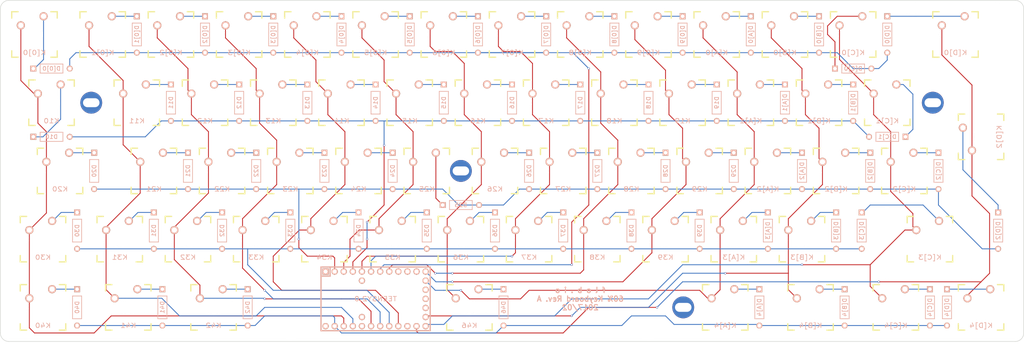
<source format=kicad_pcb>
(kicad_pcb (version 4) (host pcbnew 4.0.5)
  (layers (0 F.Cu signal) (31 B.Cu signal) (34 B.Paste user) (35 F.Paste user) (36 B.SilkS user) (37 F.SilkS user) (38 B.Mask user) (39 F.Mask user) (44 Edge.Cuts user))
  (net 0 "")
  (net 1 "Net-(D10-Pad2)")
  (net 2 "Net-(D11-Pad2)")
  (net 3 "Net-(D12-Pad2)")
  (net 4 "Net-(D13-Pad2)")
  (net 5 "Net-(D14-Pad2)")
  (net 6 "Net-(D15-Pad2)")
  (net 7 "Net-(D16-Pad2)")
  (net 8 "Net-(D17-Pad2)")
  (net 9 "Net-(D18-Pad2)")
  (net 10 "Net-(D19-Pad2)")
  (net 11 "Net-(D20-Pad2)")
  (net 12 "Net-(D21-Pad2)")
  (net 13 "Net-(D22-Pad2)")
  (net 14 "Net-(D23-Pad2)")
  (net 15 "Net-(D24-Pad2)")
  (net 16 "Net-(D25-Pad2)")
  (net 17 "Net-(D26-Pad2)")
  (net 18 "Net-(D27-Pad2)")
  (net 19 "Net-(D28-Pad2)")
  (net 20 "Net-(D29-Pad2)")
  (net 21 "Net-(D30-Pad2)")
  (net 22 "Net-(D31-Pad2)")
  (net 23 "Net-(D32-Pad2)")
  (net 24 "Net-(D33-Pad2)")
  (net 25 "Net-(D34-Pad2)")
  (net 26 "Net-(D35-Pad2)")
  (net 27 "Net-(D36-Pad2)")
  (net 28 "Net-(D37-Pad2)")
  (net 29 "Net-(D38-Pad2)")
  (net 30 "Net-(D39-Pad2)")
  (net 31 "Net-(D40-Pad2)")
  (net 32 "Net-(D41-Pad2)")
  (net 33 "Net-(D42-Pad2)")
  (net 34 "Net-(D46-Pad2)")
  (net 35 "Net-(D[0]0-Pad2)")
  (net 36 "Net-(D[0]1-Pad2)")
  (net 37 "Net-(D[0]2-Pad2)")
  (net 38 "Net-(D[0]3-Pad2)")
  (net 39 "Net-(D[0]4-Pad2)")
  (net 40 "Net-(D[0]5-Pad2)")
  (net 41 "Net-(D[0]6-Pad2)")
  (net 42 "Net-(D[0]7-Pad2)")
  (net 43 "Net-(D[0]8-Pad2)")
  (net 44 "Net-(D[0]9-Pad2)")
  (net 45 "Net-(D[A]0-Pad2)")
  (net 46 "Net-(D[A]1-Pad2)")
  (net 47 "Net-(D[A]2-Pad2)")
  (net 48 "Net-(D[A]3-Pad2)")
  (net 49 "Net-(D[A]4-Pad2)")
  (net 50 "Net-(D[B]0-Pad2)")
  (net 51 "Net-(D[B]1-Pad2)")
  (net 52 "Net-(D[B]2-Pad2)")
  (net 53 "Net-(D[B]3-Pad2)")
  (net 54 "Net-(D[B]4-Pad2)")
  (net 55 "Net-(D[C]0-Pad2)")
  (net 56 "Net-(D[C]1-Pad2)")
  (net 57 "Net-(D[C]2-Pad2)")
  (net 58 "Net-(D[C]3-Pad2)")
  (net 59 "Net-(D[C]4-Pad2)")
  (net 60 "Net-(D[D]0-Pad2)")
  (net 61 "Net-(D[D]2-Pad2)")
  (net 62 "Net-(D[D]4-Pad2)")
  (net 63 /R4)
  (net 64 /C0)
  (net 65 /C1)
  (net 66 /C2)
  (net 67 /C3)
  (net 68 /R3)
  (net 69 /C4)
  (net 70 /R2)
  (net 71 /C5)
  (net 72 /R1)
  (net 73 /C6)
  (net 74 /R0)
  (net 75 /C7)
  (net 76 /C8)
  (net 77 /C9)
  (net 78 /C10)
  (net 79 /C11)
  (net 80 /C12)
  (net 81 /C13)
  (module DIODE (layer B.Cu) (at 33.3375 38.1 180)
    (fp_text reference D[0]0 (at 0 0 180) (layer B.SilkS) (effects (font (size 1.1 1.2) (thickness 0.2032)) (justify mirror)))
    (fp_text value D hide)
    (pad 1 thru_hole circle (at -5.08 0 180) (size 1.651 1.651) (drill 0.9906) (layers *.Cu *.SilkS *.Mask) (net 74 /R0))
    (pad 2 thru_hole rect (at 5.08 0 180) (size 1.651 1.651) (drill 0.9906) (layers *.Cu *.SilkS *.Mask) (net 35 "Net-(D[0]0-Pad2)"))
  )
  (module CHERRY_PCB_200H (layer F.Cu) (at 285.75 28.575)
    (fp_text reference K[D]0 (at 0 5.08) (layer B.SilkS) (effects (font (size 1.27 1.524) (thickness 0.2032)) (justify mirror)))
    (fp_text value Backspace hide)
    (pad 1 thru_hole circle (at 2.54 -5.08) (size 2.286 2.286) (drill 1.4986) (layers *.Cu *.SilkS *.Mask) (net 60 "Net-(D[D]0-Pad2)"))
    (pad 2 thru_hole circle (at -3.81 -2.54) (size 2.286 2.286) (drill 1.4986) (layers *.Cu *.SilkS *.Mask) (net 81 /C13))
    (pad HOLE np_thru_hole circle (at 0 0) (size 3.9878 3.9878) (drill 3.9878) (layers *.Cu))
    (pad HOLE np_thru_hole circle (at -5.08 0) (size 1.7018 1.7018) (drill 1.7018) (layers *.Cu))
    (pad HOLE np_thru_hole circle (at 5.08 0) (size 1.7018 1.7018) (drill 1.7018) (layers *.Cu))
    (pad HOLE np_thru_hole circle (at -11.938 -6.985) (size 3.048 3.048) (drill 3.048) (layers *.Cu))
    (pad HOLE np_thru_hole circle (at 11.938 -6.985) (size 3.048 3.048) (drill 3.048) (layers *.Cu))
    (pad HOLE np_thru_hole circle (at -11.938 8.255) (size 3.9878 3.9878) (drill 3.9878) (layers *.Cu))
    (pad HOLE np_thru_hole circle (at 11.938 8.255) (size 3.9878 3.9878) (drill 3.9878) (layers *.Cu))
  )
  (module CHERRY_PCB_ISOR (layer F.Cu) (at 292.89375 57.15)
    (fp_text reference K[D]2 (at 5.08 0 90) (layer B.SilkS) (effects (font (size 1.27 1.524) (thickness 0.2032)) (justify mirror)))
    (fp_text value Enter hide)
    (pad 1 thru_hole circle (at -5.08 -2.54 90) (size 2.286 2.286) (drill 1.4986) (layers *.Cu *.SilkS *.Mask) (net 61 "Net-(D[D]2-Pad2)"))
    (pad 2 thru_hole circle (at -2.54 3.81 90) (size 2.286 2.286) (drill 1.4986) (layers *.Cu *.SilkS *.Mask) (net 81 /C13))
    (pad HOLE np_thru_hole circle (at 0 0 90) (size 3.9878 3.9878) (drill 3.9878) (layers *.Cu))
    (pad HOLE np_thru_hole circle (at 0 5.08 90) (size 1.7018 1.7018) (drill 1.7018) (layers *.Cu))
    (pad HOLE np_thru_hole circle (at 0 -5.08 90) (size 1.7018 1.7018) (drill 1.7018) (layers *.Cu))
    (pad HOLE np_thru_hole circle (at -6.985 11.938 90) (size 3.048 3.048) (drill 3.048) (layers *.Cu))
    (pad HOLE np_thru_hole circle (at -6.985 -11.938 90) (size 3.048 3.048) (drill 3.048) (layers *.Cu))
    (pad HOLE np_thru_hole circle (at 8.255 11.938 90) (size 3.9878 3.9878) (drill 3.9878) (layers *.Cu))
    (pad HOLE np_thru_hole circle (at 8.255 -11.938 90) (size 3.9878 3.9878) (drill 3.9878) (layers *.Cu))
  )
  (module CHERRY_PCB_275H (layer F.Cu) (at 278.60625 85.725)
    (fp_text reference K[C]3 (at 0 5.08) (layer B.SilkS) (effects (font (size 1.27 1.524) (thickness 0.2032)) (justify mirror)))
    (fp_text value RShift hide)
    (pad 1 thru_hole circle (at 2.54 -5.08) (size 2.286 2.286) (drill 1.4986) (layers *.Cu *.SilkS *.Mask) (net 58 "Net-(D[C]3-Pad2)"))
    (pad 2 thru_hole circle (at -3.81 -2.54) (size 2.286 2.286) (drill 1.4986) (layers *.Cu *.SilkS *.Mask) (net 80 /C12))
    (pad HOLE np_thru_hole circle (at 0 0) (size 3.9878 3.9878) (drill 3.9878) (layers *.Cu))
    (pad HOLE np_thru_hole circle (at -5.08 0) (size 1.7018 1.7018) (drill 1.7018) (layers *.Cu))
    (pad HOLE np_thru_hole circle (at 5.08 0) (size 1.7018 1.7018) (drill 1.7018) (layers *.Cu))
    (pad HOLE np_thru_hole circle (at -11.938 -6.985) (size 3.048 3.048) (drill 3.048) (layers *.Cu))
    (pad HOLE np_thru_hole circle (at 11.938 -6.985) (size 3.048 3.048) (drill 3.048) (layers *.Cu))
    (pad HOLE np_thru_hole circle (at -11.938 8.255) (size 3.9878 3.9878) (drill 3.9878) (layers *.Cu))
    (pad HOLE np_thru_hole circle (at 11.938 8.255) (size 3.9878 3.9878) (drill 3.9878) (layers *.Cu))
  )
  (module CHERRY_PCB_625H (layer F.Cu) (at 150.01875 104.775)
    (fp_text reference K46 (at 0 5.08) (layer B.SilkS) (effects (font (size 1.27 1.524) (thickness 0.2032)) (justify mirror)))
    (fp_text value Space hide)
    (pad 1 thru_hole circle (at 2.54 -5.08) (size 2.286 2.286) (drill 1.4986) (layers *.Cu *.SilkS *.Mask) (net 34 "Net-(D46-Pad2)"))
    (pad 2 thru_hole circle (at -3.81 -2.54) (size 2.286 2.286) (drill 1.4986) (layers *.Cu *.SilkS *.Mask) (net 73 /C6))
    (pad HOLE np_thru_hole circle (at 0 0) (size 3.9878 3.9878) (drill 3.9878) (layers *.Cu))
    (pad HOLE np_thru_hole circle (at -5.08 0) (size 1.7018 1.7018) (drill 1.7018) (layers *.Cu))
    (pad HOLE np_thru_hole circle (at 5.08 0) (size 1.7018 1.7018) (drill 1.7018) (layers *.Cu))
    (pad HOLE np_thru_hole circle (at -50.038 6.985) (size 3.048 3.048) (drill 3.048) (layers *.Cu))
    (pad HOLE np_thru_hole circle (at 50.038 6.985) (size 3.048 3.048) (drill 3.048) (layers *.Cu))
    (pad HOLE np_thru_hole circle (at -50.038 -8.255) (size 3.9878 3.9878) (drill 3.9878) (layers *.Cu))
    (pad HOLE np_thru_hole circle (at 50.038 -8.255) (size 3.9878 3.9878) (drill 3.9878) (layers *.Cu))
  )
  (module CHERRY_PCB_175H (layer F.Cu) (at 35.71875 66.675)
    (fp_text reference K20 (at 0 5.08) (layer B.SilkS) (effects (font (size 1.27 1.524) (thickness 0.2032)) (justify mirror)))
    (fp_text value CapsLock hide)
    (pad 1 thru_hole circle (at 2.54 -5.08) (size 2.286 2.286) (drill 1.4986) (layers *.Cu *.SilkS *.Mask) (net 11 "Net-(D20-Pad2)"))
    (pad 2 thru_hole circle (at -3.81 -2.54) (size 2.286 2.286) (drill 1.4986) (layers *.Cu *.SilkS *.Mask) (net 64 /C0))
    (pad HOLE np_thru_hole circle (at 0 0) (size 3.9878 3.9878) (drill 3.9878) (layers *.Cu))
    (pad HOLE np_thru_hole circle (at -5.08 0) (size 1.7018 1.7018) (drill 1.7018) (layers *.Cu))
    (pad HOLE np_thru_hole circle (at 5.08 0) (size 1.7018 1.7018) (drill 1.7018) (layers *.Cu))
  )
  (module CHERRY_PCB_150H (layer F.Cu) (at 33.3375 47.625)
    (fp_text reference K10 (at 0 5.08) (layer B.SilkS) (effects (font (size 1.27 1.524) (thickness 0.2032)) (justify mirror)))
    (fp_text value Tab hide)
    (pad 1 thru_hole circle (at 2.54 -5.08) (size 2.286 2.286) (drill 1.4986) (layers *.Cu *.SilkS *.Mask) (net 1 "Net-(D10-Pad2)"))
    (pad 2 thru_hole circle (at -3.81 -2.54) (size 2.286 2.286) (drill 1.4986) (layers *.Cu *.SilkS *.Mask) (net 64 /C0))
    (pad HOLE np_thru_hole circle (at 0 0) (size 3.9878 3.9878) (drill 3.9878) (layers *.Cu))
    (pad HOLE np_thru_hole circle (at -5.08 0) (size 1.7018 1.7018) (drill 1.7018) (layers *.Cu))
    (pad HOLE np_thru_hole circle (at 5.08 0) (size 1.7018 1.7018) (drill 1.7018) (layers *.Cu))
  )
  (module CHERRY_PCB_100H (layer F.Cu) (at 28.575 28.575)
    (fp_text reference K[0]0 (at 0 5.08) (layer B.SilkS) (effects (font (size 1.27 1.524) (thickness 0.2032)) (justify mirror)))
    (fp_text value Esc hide)
    (pad 1 thru_hole circle (at 2.54 -5.08) (size 2.286 2.286) (drill 1.4986) (layers *.Cu *.SilkS *.Mask) (net 35 "Net-(D[0]0-Pad2)"))
    (pad 2 thru_hole circle (at -3.81 -2.54) (size 2.286 2.286) (drill 1.4986) (layers *.Cu *.SilkS *.Mask) (net 64 /C0))
    (pad HOLE np_thru_hole circle (at 0 0) (size 3.9878 3.9878) (drill 3.9878) (layers *.Cu))
    (pad HOLE np_thru_hole circle (at -5.08 0) (size 1.7018 1.7018) (drill 1.7018) (layers *.Cu))
    (pad HOLE np_thru_hole circle (at 5.08 0) (size 1.7018 1.7018) (drill 1.7018) (layers *.Cu))
  )
  (module keyboard_parts:Poker_oval_hole (layer F.Cu) (at 44.425 47.625)
    (fp_text reference MH1 hide)
    (fp_text value "" hide)
    (pad "" thru_hole circle (at 0 0) (size 6.1 6.1) (drill oval 4.6 2.5) (layers *.Cu *.Mask))
  )
  (module keyboard_parts:Poker_oval_hole (layer F.Cu) (at 147.6375 66.675)
    (fp_text reference MH2 hide)
    (fp_text value "" hide)
    (pad "" thru_hole circle (at 0 0) (size 6.1 6.1) (drill oval 4.6 2.5) (layers *.Cu *.Mask))
  )
  (module keyboard_parts:Poker_oval_hole (layer F.Cu) (at 279.411 47.625)
    (fp_text reference MH4 hide)
    (fp_text value "" hide)
    (pad "" thru_hole circle (at 0 0) (size 6.1 6.1) (drill oval 4.6 2.5) (layers *.Cu *.Mask))
  )
  (module keyboard_parts:Poker_oval_hole (layer F.Cu) (at 209.725 104.775)
    (fp_text reference MH3 hide)
    (fp_text value "" hide)
    (pad "" thru_hole circle (at 0 0) (size 6.1 6.1) (drill oval 4.6 2.5) (layers *.Cu *.Mask))
  )
  (module footprints:Teensy_20 (layer B.Cu) (at 123.825 102.39375)
    (fp_text reference U1 hide)
    (fp_text value TEENSY2.0 (at 0 0) (layer B.SilkS) (effects (font (size 1.27 1.524) (thickness 0.2032)) (justify mirror)))
    (pad 1 thru_hole rect (at -13.97 -7.62) (size 1.7526 1.7526) (drill 1.0922) (layers *.Cu *.SilkS *.Mask))
    (pad 2 thru_hole circle (at -11.43 -7.62) (size 1.7526 1.7526) (drill 1.0922) (layers *.Cu *.SilkS *.Mask) (net 70 /R2))
    (pad 3 thru_hole circle (at -8.89 -7.62) (size 1.7526 1.7526) (drill 1.0922) (layers *.Cu *.SilkS *.Mask) (net 71 /C5))
    (pad 4 thru_hole circle (at -6.35 -7.62) (size 1.7526 1.7526) (drill 1.0922) (layers *.Cu *.SilkS *.Mask) (net 72 /R1))
    (pad 5 thru_hole circle (at -3.81 -7.62) (size 1.7526 1.7526) (drill 1.0922) (layers *.Cu *.SilkS *.Mask) (net 73 /C6))
    (pad 6 thru_hole circle (at -1.27 -7.62) (size 1.7526 1.7526) (drill 1.0922) (layers *.Cu *.SilkS *.Mask) (net 75 /C7))
    (pad 7 thru_hole circle (at 1.27 -7.62) (size 1.7526 1.7526) (drill 1.0922) (layers *.Cu *.SilkS *.Mask) (net 74 /R0))
    (pad 8 thru_hole circle (at 3.81 -7.62) (size 1.7526 1.7526) (drill 1.0922) (layers *.Cu *.SilkS *.Mask) (net 76 /C8))
    (pad 9 thru_hole circle (at 6.35 -7.62) (size 1.7526 1.7526) (drill 1.0922) (layers *.Cu *.SilkS *.Mask))
    (pad 10 thru_hole circle (at 8.89 -7.62) (size 1.7526 1.7526) (drill 1.0922) (layers *.Cu *.SilkS *.Mask))
    (pad 11 thru_hole circle (at 11.43 -7.62) (size 1.7526 1.7526) (drill 1.0922) (layers *.Cu *.SilkS *.Mask))
    (pad 12 thru_hole circle (at 13.97 -7.62) (size 1.7526 1.7526) (drill 1.0922) (layers *.Cu *.SilkS *.Mask) (net 77 /C9))
    (pad 13 thru_hole circle (at 13.97 -5.08 90) (size 1.7526 1.7526) (drill 1.0922) (layers *.Cu *.SilkS *.Mask) (net 78 /C10))
    (pad 14 thru_hole circle (at 13.97 -2.54 90) (size 1.7526 1.7526) (drill 1.0922) (layers *.Cu *.SilkS *.Mask))
    (pad 15 thru_hole circle (at 13.97 0 90) (size 1.7526 1.7526) (drill 1.0922) (layers *.Cu *.SilkS *.Mask))
    (pad 16 thru_hole circle (at 13.97 2.54 90) (size 1.7526 1.7526) (drill 1.0922) (layers *.Cu *.SilkS *.Mask))
    (pad 17 thru_hole circle (at 13.97 5.08 90) (size 1.7526 1.7526) (drill 1.0922) (layers *.Cu *.SilkS *.Mask) (net 79 /C11))
    (pad 18 thru_hole circle (at 13.97 7.62) (size 1.7526 1.7526) (drill 1.0922) (layers *.Cu *.SilkS *.Mask) (net 80 /C12))
    (pad 19 thru_hole circle (at 11.43 7.62) (size 1.7526 1.7526) (drill 1.0922) (layers *.Cu *.SilkS *.Mask) (net 81 /C13))
    (pad 20 thru_hole circle (at 8.89 7.62) (size 1.7526 1.7526) (drill 1.0922) (layers *.Cu *.SilkS *.Mask))
    (pad 21 thru_hole circle (at 6.35 7.62) (size 1.7526 1.7526) (drill 1.0922) (layers *.Cu *.SilkS *.Mask) (net 69 /C4))
    (pad 22 thru_hole circle (at 3.81 7.62) (size 1.7526 1.7526) (drill 1.0922) (layers *.Cu *.SilkS *.Mask) (net 68 /R3))
    (pad 23 thru_hole circle (at 1.27 7.62) (size 1.7526 1.7526) (drill 1.0922) (layers *.Cu *.SilkS *.Mask) (net 67 /C3))
    (pad 24 thru_hole circle (at -1.27 7.62) (size 1.7526 1.7526) (drill 1.0922) (layers *.Cu *.SilkS *.Mask) (net 66 /C2))
    (pad 25 thru_hole circle (at -3.81 7.62) (size 1.7526 1.7526) (drill 1.0922) (layers *.Cu *.SilkS *.Mask))
    (pad 26 thru_hole circle (at -6.35 7.62) (size 1.7526 1.7526) (drill 1.0922) (layers *.Cu *.SilkS *.Mask) (net 65 /C1))
    (pad 27 thru_hole circle (at -8.89 7.62) (size 1.7526 1.7526) (drill 1.0922) (layers *.Cu *.SilkS *.Mask) (net 64 /C0))
    (pad 28 thru_hole circle (at -11.43 7.62) (size 1.7526 1.7526) (drill 1.0922) (layers *.Cu *.SilkS *.Mask) (net 63 /R4))
    (pad 29 thru_hole circle (at -13.97 7.62) (size 1.7526 1.7526) (drill 1.0922) (layers *.Cu *.SilkS *.Mask))
    (pad 30 thru_hole circle (at -3.81 5.08 90) (size 1.7526 1.7526) (drill 1.0922) (layers *.Cu *.SilkS *.Mask))
    (pad 31 thru_hole circle (at -3.81 -5.08 90) (size 1.7526 1.7526) (drill 1.0922) (layers *.Cu *.SilkS *.Mask))
  )
  (module footprints:CHERRY_PCB_100H (layer F.Cu) (at 47.625 28.575)
    (fp_text reference K[0]1 (at 0 5.08) (layer B.SilkS) (effects (font (size 1.27 1.524) (thickness 0.2032)) (justify mirror)))
    (fp_text value 1 hide)
    (pad 1 thru_hole circle (at 2.54 -5.08) (size 2.286 2.286) (drill 1.4986) (layers *.Cu *.SilkS *.Mask) (net 36 "Net-(D[0]1-Pad2)"))
    (pad 2 thru_hole circle (at -3.81 -2.54) (size 2.286 2.286) (drill 1.4986) (layers *.Cu *.SilkS *.Mask) (net 65 /C1))
    (pad HOLE np_thru_hole circle (at 0 0) (size 3.9878 3.9878) (drill 3.9878) (layers *.Cu))
    (pad HOLE np_thru_hole circle (at -5.08 0) (size 1.7018 1.7018) (drill 1.7018) (layers *.Cu))
    (pad HOLE np_thru_hole circle (at 5.08 0) (size 1.7018 1.7018) (drill 1.7018) (layers *.Cu))
  )
  (module footprints:CHERRY_PCB_100H (layer F.Cu) (at 271.4625 66.675)
    (fp_text reference K[C]2 (at 0 5.08) (layer B.SilkS) (effects (font (size 1.27 1.524) (thickness 0.2032)) (justify mirror)))
    (fp_text value "#" hide)
    (pad 1 thru_hole circle (at 2.54 -5.08) (size 2.286 2.286) (drill 1.4986) (layers *.Cu *.SilkS *.Mask) (net 57 "Net-(D[C]2-Pad2)"))
    (pad 2 thru_hole circle (at -3.81 -2.54) (size 2.286 2.286) (drill 1.4986) (layers *.Cu *.SilkS *.Mask) (net 80 /C12))
    (pad HOLE np_thru_hole circle (at 0 0) (size 3.9878 3.9878) (drill 3.9878) (layers *.Cu))
    (pad HOLE np_thru_hole circle (at -5.08 0) (size 1.7018 1.7018) (drill 1.7018) (layers *.Cu))
    (pad HOLE np_thru_hole circle (at 5.08 0) (size 1.7018 1.7018) (drill 1.7018) (layers *.Cu))
  )
  (module footprints:CHERRY_PCB_100H (layer F.Cu) (at 266.7 47.625)
    (fp_text reference K[C]1 (at 0 5.08) (layer B.SilkS) (effects (font (size 1.27 1.524) (thickness 0.2032)) (justify mirror)))
    (fp_text value ] hide)
    (pad 1 thru_hole circle (at 2.54 -5.08) (size 2.286 2.286) (drill 1.4986) (layers *.Cu *.SilkS *.Mask) (net 56 "Net-(D[C]1-Pad2)"))
    (pad 2 thru_hole circle (at -3.81 -2.54) (size 2.286 2.286) (drill 1.4986) (layers *.Cu *.SilkS *.Mask) (net 80 /C12))
    (pad HOLE np_thru_hole circle (at 0 0) (size 3.9878 3.9878) (drill 3.9878) (layers *.Cu))
    (pad HOLE np_thru_hole circle (at -5.08 0) (size 1.7018 1.7018) (drill 1.7018) (layers *.Cu))
    (pad HOLE np_thru_hole circle (at 5.08 0) (size 1.7018 1.7018) (drill 1.7018) (layers *.Cu))
  )
  (module footprints:CHERRY_PCB_100H (layer F.Cu) (at 257.175 28.575)
    (fp_text reference K[C]0 (at 0 5.08) (layer B.SilkS) (effects (font (size 1.27 1.524) (thickness 0.2032)) (justify mirror)))
    (fp_text value = hide)
    (pad 1 thru_hole circle (at 2.54 -5.08) (size 2.286 2.286) (drill 1.4986) (layers *.Cu *.SilkS *.Mask) (net 55 "Net-(D[C]0-Pad2)"))
    (pad 2 thru_hole circle (at -3.81 -2.54) (size 2.286 2.286) (drill 1.4986) (layers *.Cu *.SilkS *.Mask) (net 80 /C12))
    (pad HOLE np_thru_hole circle (at 0 0) (size 3.9878 3.9878) (drill 3.9878) (layers *.Cu))
    (pad HOLE np_thru_hole circle (at -5.08 0) (size 1.7018 1.7018) (drill 1.7018) (layers *.Cu))
    (pad HOLE np_thru_hole circle (at 5.08 0) (size 1.7018 1.7018) (drill 1.7018) (layers *.Cu))
  )
  (module footprints:CHERRY_PCB_100H (layer F.Cu) (at 242.8875 85.725)
    (fp_text reference K[B]3 (at 0 5.08) (layer B.SilkS) (effects (font (size 1.27 1.524) (thickness 0.2032)) (justify mirror)))
    (fp_text value / hide)
    (pad 1 thru_hole circle (at 2.54 -5.08) (size 2.286 2.286) (drill 1.4986) (layers *.Cu *.SilkS *.Mask) (net 53 "Net-(D[B]3-Pad2)"))
    (pad 2 thru_hole circle (at -3.81 -2.54) (size 2.286 2.286) (drill 1.4986) (layers *.Cu *.SilkS *.Mask) (net 79 /C11))
    (pad HOLE np_thru_hole circle (at 0 0) (size 3.9878 3.9878) (drill 3.9878) (layers *.Cu))
    (pad HOLE np_thru_hole circle (at -5.08 0) (size 1.7018 1.7018) (drill 1.7018) (layers *.Cu))
    (pad HOLE np_thru_hole circle (at 5.08 0) (size 1.7018 1.7018) (drill 1.7018) (layers *.Cu))
  )
  (module footprints:CHERRY_PCB_100H (layer F.Cu) (at 252.4125 66.675)
    (fp_text reference K[B]2 (at 0 5.08) (layer B.SilkS) (effects (font (size 1.27 1.524) (thickness 0.2032)) (justify mirror)))
    (fp_text value ' hide)
    (pad 1 thru_hole circle (at 2.54 -5.08) (size 2.286 2.286) (drill 1.4986) (layers *.Cu *.SilkS *.Mask) (net 52 "Net-(D[B]2-Pad2)"))
    (pad 2 thru_hole circle (at -3.81 -2.54) (size 2.286 2.286) (drill 1.4986) (layers *.Cu *.SilkS *.Mask) (net 79 /C11))
    (pad HOLE np_thru_hole circle (at 0 0) (size 3.9878 3.9878) (drill 3.9878) (layers *.Cu))
    (pad HOLE np_thru_hole circle (at -5.08 0) (size 1.7018 1.7018) (drill 1.7018) (layers *.Cu))
    (pad HOLE np_thru_hole circle (at 5.08 0) (size 1.7018 1.7018) (drill 1.7018) (layers *.Cu))
  )
  (module footprints:CHERRY_PCB_100H (layer F.Cu) (at 247.65 47.625)
    (fp_text reference K[B]1 (at 0 5.08) (layer B.SilkS) (effects (font (size 1.27 1.524) (thickness 0.2032)) (justify mirror)))
    (fp_text value [ hide)
    (pad 1 thru_hole circle (at 2.54 -5.08) (size 2.286 2.286) (drill 1.4986) (layers *.Cu *.SilkS *.Mask) (net 51 "Net-(D[B]1-Pad2)"))
    (pad 2 thru_hole circle (at -3.81 -2.54) (size 2.286 2.286) (drill 1.4986) (layers *.Cu *.SilkS *.Mask) (net 79 /C11))
    (pad HOLE np_thru_hole circle (at 0 0) (size 3.9878 3.9878) (drill 3.9878) (layers *.Cu))
    (pad HOLE np_thru_hole circle (at -5.08 0) (size 1.7018 1.7018) (drill 1.7018) (layers *.Cu))
    (pad HOLE np_thru_hole circle (at 5.08 0) (size 1.7018 1.7018) (drill 1.7018) (layers *.Cu))
  )
  (module footprints:CHERRY_PCB_100H (layer F.Cu) (at 238.125 28.575)
    (fp_text reference K[B]0 (at 0 5.08) (layer B.SilkS) (effects (font (size 1.27 1.524) (thickness 0.2032)) (justify mirror)))
    (fp_text value - hide)
    (pad 1 thru_hole circle (at 2.54 -5.08) (size 2.286 2.286) (drill 1.4986) (layers *.Cu *.SilkS *.Mask) (net 50 "Net-(D[B]0-Pad2)"))
    (pad 2 thru_hole circle (at -3.81 -2.54) (size 2.286 2.286) (drill 1.4986) (layers *.Cu *.SilkS *.Mask) (net 79 /C11))
    (pad HOLE np_thru_hole circle (at 0 0) (size 3.9878 3.9878) (drill 3.9878) (layers *.Cu))
    (pad HOLE np_thru_hole circle (at -5.08 0) (size 1.7018 1.7018) (drill 1.7018) (layers *.Cu))
    (pad HOLE np_thru_hole circle (at 5.08 0) (size 1.7018 1.7018) (drill 1.7018) (layers *.Cu))
  )
  (module footprints:CHERRY_PCB_100H (layer F.Cu) (at 223.8375 85.725)
    (fp_text reference K[A]3 (at 0 5.08) (layer B.SilkS) (effects (font (size 1.27 1.524) (thickness 0.2032)) (justify mirror)))
    (fp_text value . hide)
    (pad 1 thru_hole circle (at 2.54 -5.08) (size 2.286 2.286) (drill 1.4986) (layers *.Cu *.SilkS *.Mask) (net 48 "Net-(D[A]3-Pad2)"))
    (pad 2 thru_hole circle (at -3.81 -2.54) (size 2.286 2.286) (drill 1.4986) (layers *.Cu *.SilkS *.Mask) (net 78 /C10))
    (pad HOLE np_thru_hole circle (at 0 0) (size 3.9878 3.9878) (drill 3.9878) (layers *.Cu))
    (pad HOLE np_thru_hole circle (at -5.08 0) (size 1.7018 1.7018) (drill 1.7018) (layers *.Cu))
    (pad HOLE np_thru_hole circle (at 5.08 0) (size 1.7018 1.7018) (drill 1.7018) (layers *.Cu))
  )
  (module footprints:CHERRY_PCB_100H (layer F.Cu) (at 233.3625 66.675)
    (fp_text reference K[A]2 (at 0 5.08) (layer B.SilkS) (effects (font (size 1.27 1.524) (thickness 0.2032)) (justify mirror)))
    (fp_text value ; hide)
    (pad 1 thru_hole circle (at 2.54 -5.08) (size 2.286 2.286) (drill 1.4986) (layers *.Cu *.SilkS *.Mask) (net 47 "Net-(D[A]2-Pad2)"))
    (pad 2 thru_hole circle (at -3.81 -2.54) (size 2.286 2.286) (drill 1.4986) (layers *.Cu *.SilkS *.Mask) (net 78 /C10))
    (pad HOLE np_thru_hole circle (at 0 0) (size 3.9878 3.9878) (drill 3.9878) (layers *.Cu))
    (pad HOLE np_thru_hole circle (at -5.08 0) (size 1.7018 1.7018) (drill 1.7018) (layers *.Cu))
    (pad HOLE np_thru_hole circle (at 5.08 0) (size 1.7018 1.7018) (drill 1.7018) (layers *.Cu))
  )
  (module footprints:CHERRY_PCB_100H (layer F.Cu) (at 228.6 47.625)
    (fp_text reference K[A]1 (at 0 5.08) (layer B.SilkS) (effects (font (size 1.27 1.524) (thickness 0.2032)) (justify mirror)))
    (fp_text value P hide)
    (pad 1 thru_hole circle (at 2.54 -5.08) (size 2.286 2.286) (drill 1.4986) (layers *.Cu *.SilkS *.Mask) (net 46 "Net-(D[A]1-Pad2)"))
    (pad 2 thru_hole circle (at -3.81 -2.54) (size 2.286 2.286) (drill 1.4986) (layers *.Cu *.SilkS *.Mask) (net 78 /C10))
    (pad HOLE np_thru_hole circle (at 0 0) (size 3.9878 3.9878) (drill 3.9878) (layers *.Cu))
    (pad HOLE np_thru_hole circle (at -5.08 0) (size 1.7018 1.7018) (drill 1.7018) (layers *.Cu))
    (pad HOLE np_thru_hole circle (at 5.08 0) (size 1.7018 1.7018) (drill 1.7018) (layers *.Cu))
  )
  (module footprints:CHERRY_PCB_100H (layer F.Cu) (at 219.075 28.575)
    (fp_text reference K[A]0 (at 0 5.08) (layer B.SilkS) (effects (font (size 1.27 1.524) (thickness 0.2032)) (justify mirror)))
    (fp_text value 0 hide)
    (pad 1 thru_hole circle (at 2.54 -5.08) (size 2.286 2.286) (drill 1.4986) (layers *.Cu *.SilkS *.Mask) (net 45 "Net-(D[A]0-Pad2)"))
    (pad 2 thru_hole circle (at -3.81 -2.54) (size 2.286 2.286) (drill 1.4986) (layers *.Cu *.SilkS *.Mask) (net 78 /C10))
    (pad HOLE np_thru_hole circle (at 0 0) (size 3.9878 3.9878) (drill 3.9878) (layers *.Cu))
    (pad HOLE np_thru_hole circle (at -5.08 0) (size 1.7018 1.7018) (drill 1.7018) (layers *.Cu))
    (pad HOLE np_thru_hole circle (at 5.08 0) (size 1.7018 1.7018) (drill 1.7018) (layers *.Cu))
  )
  (module footprints:CHERRY_PCB_100H (layer F.Cu) (at 200.025 28.575)
    (fp_text reference K[0]9 (at 0 5.08) (layer B.SilkS) (effects (font (size 1.27 1.524) (thickness 0.2032)) (justify mirror)))
    (fp_text value 9 hide)
    (pad 1 thru_hole circle (at 2.54 -5.08) (size 2.286 2.286) (drill 1.4986) (layers *.Cu *.SilkS *.Mask) (net 44 "Net-(D[0]9-Pad2)"))
    (pad 2 thru_hole circle (at -3.81 -2.54) (size 2.286 2.286) (drill 1.4986) (layers *.Cu *.SilkS *.Mask) (net 77 /C9))
    (pad HOLE np_thru_hole circle (at 0 0) (size 3.9878 3.9878) (drill 3.9878) (layers *.Cu))
    (pad HOLE np_thru_hole circle (at -5.08 0) (size 1.7018 1.7018) (drill 1.7018) (layers *.Cu))
    (pad HOLE np_thru_hole circle (at 5.08 0) (size 1.7018 1.7018) (drill 1.7018) (layers *.Cu))
  )
  (module footprints:CHERRY_PCB_100H (layer F.Cu) (at 180.975 28.575)
    (fp_text reference K[0]8 (at 0 5.08) (layer B.SilkS) (effects (font (size 1.27 1.524) (thickness 0.2032)) (justify mirror)))
    (fp_text value 8 hide)
    (pad 1 thru_hole circle (at 2.54 -5.08) (size 2.286 2.286) (drill 1.4986) (layers *.Cu *.SilkS *.Mask) (net 43 "Net-(D[0]8-Pad2)"))
    (pad 2 thru_hole circle (at -3.81 -2.54) (size 2.286 2.286) (drill 1.4986) (layers *.Cu *.SilkS *.Mask) (net 76 /C8))
    (pad HOLE np_thru_hole circle (at 0 0) (size 3.9878 3.9878) (drill 3.9878) (layers *.Cu))
    (pad HOLE np_thru_hole circle (at -5.08 0) (size 1.7018 1.7018) (drill 1.7018) (layers *.Cu))
    (pad HOLE np_thru_hole circle (at 5.08 0) (size 1.7018 1.7018) (drill 1.7018) (layers *.Cu))
  )
  (module footprints:CHERRY_PCB_100H (layer F.Cu) (at 161.925 28.575)
    (fp_text reference K[0]7 (at 0 5.08) (layer B.SilkS) (effects (font (size 1.27 1.524) (thickness 0.2032)) (justify mirror)))
    (fp_text value 7 hide)
    (pad 1 thru_hole circle (at 2.54 -5.08) (size 2.286 2.286) (drill 1.4986) (layers *.Cu *.SilkS *.Mask) (net 42 "Net-(D[0]7-Pad2)"))
    (pad 2 thru_hole circle (at -3.81 -2.54) (size 2.286 2.286) (drill 1.4986) (layers *.Cu *.SilkS *.Mask) (net 75 /C7))
    (pad HOLE np_thru_hole circle (at 0 0) (size 3.9878 3.9878) (drill 3.9878) (layers *.Cu))
    (pad HOLE np_thru_hole circle (at -5.08 0) (size 1.7018 1.7018) (drill 1.7018) (layers *.Cu))
    (pad HOLE np_thru_hole circle (at 5.08 0) (size 1.7018 1.7018) (drill 1.7018) (layers *.Cu))
  )
  (module footprints:CHERRY_PCB_100H (layer F.Cu) (at 142.875 28.575)
    (fp_text reference K[0]6 (at 0 5.08) (layer B.SilkS) (effects (font (size 1.27 1.524) (thickness 0.2032)) (justify mirror)))
    (fp_text value 6 hide)
    (pad 1 thru_hole circle (at 2.54 -5.08) (size 2.286 2.286) (drill 1.4986) (layers *.Cu *.SilkS *.Mask) (net 41 "Net-(D[0]6-Pad2)"))
    (pad 2 thru_hole circle (at -3.81 -2.54) (size 2.286 2.286) (drill 1.4986) (layers *.Cu *.SilkS *.Mask) (net 73 /C6))
    (pad HOLE np_thru_hole circle (at 0 0) (size 3.9878 3.9878) (drill 3.9878) (layers *.Cu))
    (pad HOLE np_thru_hole circle (at -5.08 0) (size 1.7018 1.7018) (drill 1.7018) (layers *.Cu))
    (pad HOLE np_thru_hole circle (at 5.08 0) (size 1.7018 1.7018) (drill 1.7018) (layers *.Cu))
  )
  (module footprints:CHERRY_PCB_100H (layer F.Cu) (at 123.825 28.575)
    (fp_text reference K[0]5 (at 0 5.08) (layer B.SilkS) (effects (font (size 1.27 1.524) (thickness 0.2032)) (justify mirror)))
    (fp_text value 5 hide)
    (pad 1 thru_hole circle (at 2.54 -5.08) (size 2.286 2.286) (drill 1.4986) (layers *.Cu *.SilkS *.Mask) (net 40 "Net-(D[0]5-Pad2)"))
    (pad 2 thru_hole circle (at -3.81 -2.54) (size 2.286 2.286) (drill 1.4986) (layers *.Cu *.SilkS *.Mask) (net 71 /C5))
    (pad HOLE np_thru_hole circle (at 0 0) (size 3.9878 3.9878) (drill 3.9878) (layers *.Cu))
    (pad HOLE np_thru_hole circle (at -5.08 0) (size 1.7018 1.7018) (drill 1.7018) (layers *.Cu))
    (pad HOLE np_thru_hole circle (at 5.08 0) (size 1.7018 1.7018) (drill 1.7018) (layers *.Cu))
  )
  (module footprints:CHERRY_PCB_100H (layer F.Cu) (at 104.775 28.575)
    (fp_text reference K[0]4 (at 0 5.08) (layer B.SilkS) (effects (font (size 1.27 1.524) (thickness 0.2032)) (justify mirror)))
    (fp_text value 4 hide)
    (pad 1 thru_hole circle (at 2.54 -5.08) (size 2.286 2.286) (drill 1.4986) (layers *.Cu *.SilkS *.Mask) (net 39 "Net-(D[0]4-Pad2)"))
    (pad 2 thru_hole circle (at -3.81 -2.54) (size 2.286 2.286) (drill 1.4986) (layers *.Cu *.SilkS *.Mask) (net 69 /C4))
    (pad HOLE np_thru_hole circle (at 0 0) (size 3.9878 3.9878) (drill 3.9878) (layers *.Cu))
    (pad HOLE np_thru_hole circle (at -5.08 0) (size 1.7018 1.7018) (drill 1.7018) (layers *.Cu))
    (pad HOLE np_thru_hole circle (at 5.08 0) (size 1.7018 1.7018) (drill 1.7018) (layers *.Cu))
  )
  (module footprints:CHERRY_PCB_100H (layer F.Cu) (at 85.725 28.575)
    (fp_text reference K[0]3 (at 0 5.08) (layer B.SilkS) (effects (font (size 1.27 1.524) (thickness 0.2032)) (justify mirror)))
    (fp_text value 3 hide)
    (pad 1 thru_hole circle (at 2.54 -5.08) (size 2.286 2.286) (drill 1.4986) (layers *.Cu *.SilkS *.Mask) (net 38 "Net-(D[0]3-Pad2)"))
    (pad 2 thru_hole circle (at -3.81 -2.54) (size 2.286 2.286) (drill 1.4986) (layers *.Cu *.SilkS *.Mask) (net 67 /C3))
    (pad HOLE np_thru_hole circle (at 0 0) (size 3.9878 3.9878) (drill 3.9878) (layers *.Cu))
    (pad HOLE np_thru_hole circle (at -5.08 0) (size 1.7018 1.7018) (drill 1.7018) (layers *.Cu))
    (pad HOLE np_thru_hole circle (at 5.08 0) (size 1.7018 1.7018) (drill 1.7018) (layers *.Cu))
  )
  (module footprints:CHERRY_PCB_100H (layer F.Cu) (at 66.675 28.575)
    (fp_text reference K[0]2 (at 0 5.08) (layer B.SilkS) (effects (font (size 1.27 1.524) (thickness 0.2032)) (justify mirror)))
    (fp_text value 2 hide)
    (pad 1 thru_hole circle (at 2.54 -5.08) (size 2.286 2.286) (drill 1.4986) (layers *.Cu *.SilkS *.Mask) (net 37 "Net-(D[0]2-Pad2)"))
    (pad 2 thru_hole circle (at -3.81 -2.54) (size 2.286 2.286) (drill 1.4986) (layers *.Cu *.SilkS *.Mask) (net 66 /C2))
    (pad HOLE np_thru_hole circle (at 0 0) (size 3.9878 3.9878) (drill 3.9878) (layers *.Cu))
    (pad HOLE np_thru_hole circle (at -5.08 0) (size 1.7018 1.7018) (drill 1.7018) (layers *.Cu))
    (pad HOLE np_thru_hole circle (at 5.08 0) (size 1.7018 1.7018) (drill 1.7018) (layers *.Cu))
  )
  (module footprints:CHERRY_PCB_100H (layer F.Cu) (at 204.7875 85.725)
    (fp_text reference K39 (at 0 5.08) (layer B.SilkS) (effects (font (size 1.27 1.524) (thickness 0.2032)) (justify mirror)))
    (fp_text value , hide)
    (pad 1 thru_hole circle (at 2.54 -5.08) (size 2.286 2.286) (drill 1.4986) (layers *.Cu *.SilkS *.Mask) (net 30 "Net-(D39-Pad2)"))
    (pad 2 thru_hole circle (at -3.81 -2.54) (size 2.286 2.286) (drill 1.4986) (layers *.Cu *.SilkS *.Mask) (net 77 /C9))
    (pad HOLE np_thru_hole circle (at 0 0) (size 3.9878 3.9878) (drill 3.9878) (layers *.Cu))
    (pad HOLE np_thru_hole circle (at -5.08 0) (size 1.7018 1.7018) (drill 1.7018) (layers *.Cu))
    (pad HOLE np_thru_hole circle (at 5.08 0) (size 1.7018 1.7018) (drill 1.7018) (layers *.Cu))
  )
  (module footprints:CHERRY_PCB_100H (layer F.Cu) (at 185.7375 85.725)
    (fp_text reference K38 (at 0 5.08) (layer B.SilkS) (effects (font (size 1.27 1.524) (thickness 0.2032)) (justify mirror)))
    (fp_text value M hide)
    (pad 1 thru_hole circle (at 2.54 -5.08) (size 2.286 2.286) (drill 1.4986) (layers *.Cu *.SilkS *.Mask) (net 29 "Net-(D38-Pad2)"))
    (pad 2 thru_hole circle (at -3.81 -2.54) (size 2.286 2.286) (drill 1.4986) (layers *.Cu *.SilkS *.Mask) (net 76 /C8))
    (pad HOLE np_thru_hole circle (at 0 0) (size 3.9878 3.9878) (drill 3.9878) (layers *.Cu))
    (pad HOLE np_thru_hole circle (at -5.08 0) (size 1.7018 1.7018) (drill 1.7018) (layers *.Cu))
    (pad HOLE np_thru_hole circle (at 5.08 0) (size 1.7018 1.7018) (drill 1.7018) (layers *.Cu))
  )
  (module footprints:CHERRY_PCB_100H (layer F.Cu) (at 166.6875 85.725)
    (fp_text reference K37 (at 0 5.08) (layer B.SilkS) (effects (font (size 1.27 1.524) (thickness 0.2032)) (justify mirror)))
    (fp_text value N hide)
    (pad 1 thru_hole circle (at 2.54 -5.08) (size 2.286 2.286) (drill 1.4986) (layers *.Cu *.SilkS *.Mask) (net 28 "Net-(D37-Pad2)"))
    (pad 2 thru_hole circle (at -3.81 -2.54) (size 2.286 2.286) (drill 1.4986) (layers *.Cu *.SilkS *.Mask) (net 75 /C7))
    (pad HOLE np_thru_hole circle (at 0 0) (size 3.9878 3.9878) (drill 3.9878) (layers *.Cu))
    (pad HOLE np_thru_hole circle (at -5.08 0) (size 1.7018 1.7018) (drill 1.7018) (layers *.Cu))
    (pad HOLE np_thru_hole circle (at 5.08 0) (size 1.7018 1.7018) (drill 1.7018) (layers *.Cu))
  )
  (module footprints:CHERRY_PCB_100H (layer F.Cu) (at 147.6375 85.725)
    (fp_text reference K36 (at 0 5.08) (layer B.SilkS) (effects (font (size 1.27 1.524) (thickness 0.2032)) (justify mirror)))
    (fp_text value B hide)
    (pad 1 thru_hole circle (at 2.54 -5.08) (size 2.286 2.286) (drill 1.4986) (layers *.Cu *.SilkS *.Mask) (net 27 "Net-(D36-Pad2)"))
    (pad 2 thru_hole circle (at -3.81 -2.54) (size 2.286 2.286) (drill 1.4986) (layers *.Cu *.SilkS *.Mask) (net 73 /C6))
    (pad HOLE np_thru_hole circle (at 0 0) (size 3.9878 3.9878) (drill 3.9878) (layers *.Cu))
    (pad HOLE np_thru_hole circle (at -5.08 0) (size 1.7018 1.7018) (drill 1.7018) (layers *.Cu))
    (pad HOLE np_thru_hole circle (at 5.08 0) (size 1.7018 1.7018) (drill 1.7018) (layers *.Cu))
  )
  (module footprints:CHERRY_PCB_100H (layer F.Cu) (at 128.5875 85.725)
    (fp_text reference K35 (at 0 5.08) (layer B.SilkS) (effects (font (size 1.27 1.524) (thickness 0.2032)) (justify mirror)))
    (fp_text value V hide)
    (pad 1 thru_hole circle (at 2.54 -5.08) (size 2.286 2.286) (drill 1.4986) (layers *.Cu *.SilkS *.Mask) (net 26 "Net-(D35-Pad2)"))
    (pad 2 thru_hole circle (at -3.81 -2.54) (size 2.286 2.286) (drill 1.4986) (layers *.Cu *.SilkS *.Mask) (net 71 /C5))
    (pad HOLE np_thru_hole circle (at 0 0) (size 3.9878 3.9878) (drill 3.9878) (layers *.Cu))
    (pad HOLE np_thru_hole circle (at -5.08 0) (size 1.7018 1.7018) (drill 1.7018) (layers *.Cu))
    (pad HOLE np_thru_hole circle (at 5.08 0) (size 1.7018 1.7018) (drill 1.7018) (layers *.Cu))
  )
  (module footprints:CHERRY_PCB_100H (layer F.Cu) (at 109.5375 85.725)
    (fp_text reference K34 (at 0 5.08) (layer B.SilkS) (effects (font (size 1.27 1.524) (thickness 0.2032)) (justify mirror)))
    (fp_text value C hide)
    (pad 1 thru_hole circle (at 2.54 -5.08) (size 2.286 2.286) (drill 1.4986) (layers *.Cu *.SilkS *.Mask) (net 25 "Net-(D34-Pad2)"))
    (pad 2 thru_hole circle (at -3.81 -2.54) (size 2.286 2.286) (drill 1.4986) (layers *.Cu *.SilkS *.Mask) (net 69 /C4))
    (pad HOLE np_thru_hole circle (at 0 0) (size 3.9878 3.9878) (drill 3.9878) (layers *.Cu))
    (pad HOLE np_thru_hole circle (at -5.08 0) (size 1.7018 1.7018) (drill 1.7018) (layers *.Cu))
    (pad HOLE np_thru_hole circle (at 5.08 0) (size 1.7018 1.7018) (drill 1.7018) (layers *.Cu))
  )
  (module footprints:CHERRY_PCB_100H (layer F.Cu) (at 90.4875 85.725)
    (fp_text reference K33 (at 0 5.08) (layer B.SilkS) (effects (font (size 1.27 1.524) (thickness 0.2032)) (justify mirror)))
    (fp_text value X hide)
    (pad 1 thru_hole circle (at 2.54 -5.08) (size 2.286 2.286) (drill 1.4986) (layers *.Cu *.SilkS *.Mask) (net 24 "Net-(D33-Pad2)"))
    (pad 2 thru_hole circle (at -3.81 -2.54) (size 2.286 2.286) (drill 1.4986) (layers *.Cu *.SilkS *.Mask) (net 67 /C3))
    (pad HOLE np_thru_hole circle (at 0 0) (size 3.9878 3.9878) (drill 3.9878) (layers *.Cu))
    (pad HOLE np_thru_hole circle (at -5.08 0) (size 1.7018 1.7018) (drill 1.7018) (layers *.Cu))
    (pad HOLE np_thru_hole circle (at 5.08 0) (size 1.7018 1.7018) (drill 1.7018) (layers *.Cu))
  )
  (module footprints:CHERRY_PCB_100H (layer F.Cu) (at 71.4375 85.725)
    (fp_text reference K32 (at 0 5.08) (layer B.SilkS) (effects (font (size 1.27 1.524) (thickness 0.2032)) (justify mirror)))
    (fp_text value Z hide)
    (pad 1 thru_hole circle (at 2.54 -5.08) (size 2.286 2.286) (drill 1.4986) (layers *.Cu *.SilkS *.Mask) (net 23 "Net-(D32-Pad2)"))
    (pad 2 thru_hole circle (at -3.81 -2.54) (size 2.286 2.286) (drill 1.4986) (layers *.Cu *.SilkS *.Mask) (net 66 /C2))
    (pad HOLE np_thru_hole circle (at 0 0) (size 3.9878 3.9878) (drill 3.9878) (layers *.Cu))
    (pad HOLE np_thru_hole circle (at -5.08 0) (size 1.7018 1.7018) (drill 1.7018) (layers *.Cu))
    (pad HOLE np_thru_hole circle (at 5.08 0) (size 1.7018 1.7018) (drill 1.7018) (layers *.Cu))
  )
  (module footprints:CHERRY_PCB_100H (layer F.Cu) (at 52.3875 85.725)
    (fp_text reference K31 (at 0 5.08) (layer B.SilkS) (effects (font (size 1.27 1.524) (thickness 0.2032)) (justify mirror)))
    (fp_text value \ hide)
    (pad 1 thru_hole circle (at 2.54 -5.08) (size 2.286 2.286) (drill 1.4986) (layers *.Cu *.SilkS *.Mask) (net 22 "Net-(D31-Pad2)"))
    (pad 2 thru_hole circle (at -3.81 -2.54) (size 2.286 2.286) (drill 1.4986) (layers *.Cu *.SilkS *.Mask) (net 65 /C1))
    (pad HOLE np_thru_hole circle (at 0 0) (size 3.9878 3.9878) (drill 3.9878) (layers *.Cu))
    (pad HOLE np_thru_hole circle (at -5.08 0) (size 1.7018 1.7018) (drill 1.7018) (layers *.Cu))
    (pad HOLE np_thru_hole circle (at 5.08 0) (size 1.7018 1.7018) (drill 1.7018) (layers *.Cu))
  )
  (module footprints:CHERRY_PCB_100H (layer F.Cu) (at 214.3125 66.675)
    (fp_text reference K29 (at 0 5.08) (layer B.SilkS) (effects (font (size 1.27 1.524) (thickness 0.2032)) (justify mirror)))
    (fp_text value L hide)
    (pad 1 thru_hole circle (at 2.54 -5.08) (size 2.286 2.286) (drill 1.4986) (layers *.Cu *.SilkS *.Mask) (net 20 "Net-(D29-Pad2)"))
    (pad 2 thru_hole circle (at -3.81 -2.54) (size 2.286 2.286) (drill 1.4986) (layers *.Cu *.SilkS *.Mask) (net 77 /C9))
    (pad HOLE np_thru_hole circle (at 0 0) (size 3.9878 3.9878) (drill 3.9878) (layers *.Cu))
    (pad HOLE np_thru_hole circle (at -5.08 0) (size 1.7018 1.7018) (drill 1.7018) (layers *.Cu))
    (pad HOLE np_thru_hole circle (at 5.08 0) (size 1.7018 1.7018) (drill 1.7018) (layers *.Cu))
  )
  (module footprints:CHERRY_PCB_100H (layer F.Cu) (at 195.2625 66.675)
    (fp_text reference K28 (at 0 5.08) (layer B.SilkS) (effects (font (size 1.27 1.524) (thickness 0.2032)) (justify mirror)))
    (fp_text value K hide)
    (pad 1 thru_hole circle (at 2.54 -5.08) (size 2.286 2.286) (drill 1.4986) (layers *.Cu *.SilkS *.Mask) (net 19 "Net-(D28-Pad2)"))
    (pad 2 thru_hole circle (at -3.81 -2.54) (size 2.286 2.286) (drill 1.4986) (layers *.Cu *.SilkS *.Mask) (net 76 /C8))
    (pad HOLE np_thru_hole circle (at 0 0) (size 3.9878 3.9878) (drill 3.9878) (layers *.Cu))
    (pad HOLE np_thru_hole circle (at -5.08 0) (size 1.7018 1.7018) (drill 1.7018) (layers *.Cu))
    (pad HOLE np_thru_hole circle (at 5.08 0) (size 1.7018 1.7018) (drill 1.7018) (layers *.Cu))
  )
  (module footprints:CHERRY_PCB_100H (layer F.Cu) (at 176.2125 66.675)
    (fp_text reference K27 (at 0 5.08) (layer B.SilkS) (effects (font (size 1.27 1.524) (thickness 0.2032)) (justify mirror)))
    (fp_text value J hide)
    (pad 1 thru_hole circle (at 2.54 -5.08) (size 2.286 2.286) (drill 1.4986) (layers *.Cu *.SilkS *.Mask) (net 18 "Net-(D27-Pad2)"))
    (pad 2 thru_hole circle (at -3.81 -2.54) (size 2.286 2.286) (drill 1.4986) (layers *.Cu *.SilkS *.Mask) (net 75 /C7))
    (pad HOLE np_thru_hole circle (at 0 0) (size 3.9878 3.9878) (drill 3.9878) (layers *.Cu))
    (pad HOLE np_thru_hole circle (at -5.08 0) (size 1.7018 1.7018) (drill 1.7018) (layers *.Cu))
    (pad HOLE np_thru_hole circle (at 5.08 0) (size 1.7018 1.7018) (drill 1.7018) (layers *.Cu))
  )
  (module footprints:CHERRY_PCB_100H (layer F.Cu) (at 157.1625 66.675)
    (fp_text reference K26 (at 0 5.08) (layer B.SilkS) (effects (font (size 1.27 1.524) (thickness 0.2032)) (justify mirror)))
    (fp_text value H hide)
    (pad 1 thru_hole circle (at 2.54 -5.08) (size 2.286 2.286) (drill 1.4986) (layers *.Cu *.SilkS *.Mask) (net 17 "Net-(D26-Pad2)"))
    (pad 2 thru_hole circle (at -3.81 -2.54) (size 2.286 2.286) (drill 1.4986) (layers *.Cu *.SilkS *.Mask) (net 73 /C6))
    (pad HOLE np_thru_hole circle (at 0 0) (size 3.9878 3.9878) (drill 3.9878) (layers *.Cu))
    (pad HOLE np_thru_hole circle (at -5.08 0) (size 1.7018 1.7018) (drill 1.7018) (layers *.Cu))
    (pad HOLE np_thru_hole circle (at 5.08 0) (size 1.7018 1.7018) (drill 1.7018) (layers *.Cu))
  )
  (module footprints:CHERRY_PCB_100H (layer F.Cu) (at 138.1125 66.675)
    (fp_text reference K25 (at 0 5.08) (layer B.SilkS) (effects (font (size 1.27 1.524) (thickness 0.2032)) (justify mirror)))
    (fp_text value G hide)
    (pad 1 thru_hole circle (at 2.54 -5.08) (size 2.286 2.286) (drill 1.4986) (layers *.Cu *.SilkS *.Mask) (net 16 "Net-(D25-Pad2)"))
    (pad 2 thru_hole circle (at -3.81 -2.54) (size 2.286 2.286) (drill 1.4986) (layers *.Cu *.SilkS *.Mask) (net 71 /C5))
    (pad HOLE np_thru_hole circle (at 0 0) (size 3.9878 3.9878) (drill 3.9878) (layers *.Cu))
    (pad HOLE np_thru_hole circle (at -5.08 0) (size 1.7018 1.7018) (drill 1.7018) (layers *.Cu))
    (pad HOLE np_thru_hole circle (at 5.08 0) (size 1.7018 1.7018) (drill 1.7018) (layers *.Cu))
  )
  (module footprints:CHERRY_PCB_100H (layer F.Cu) (at 119.0625 66.675)
    (fp_text reference K24 (at 0 5.08) (layer B.SilkS) (effects (font (size 1.27 1.524) (thickness 0.2032)) (justify mirror)))
    (fp_text value F hide)
    (pad 1 thru_hole circle (at 2.54 -5.08) (size 2.286 2.286) (drill 1.4986) (layers *.Cu *.SilkS *.Mask) (net 15 "Net-(D24-Pad2)"))
    (pad 2 thru_hole circle (at -3.81 -2.54) (size 2.286 2.286) (drill 1.4986) (layers *.Cu *.SilkS *.Mask) (net 69 /C4))
    (pad HOLE np_thru_hole circle (at 0 0) (size 3.9878 3.9878) (drill 3.9878) (layers *.Cu))
    (pad HOLE np_thru_hole circle (at -5.08 0) (size 1.7018 1.7018) (drill 1.7018) (layers *.Cu))
    (pad HOLE np_thru_hole circle (at 5.08 0) (size 1.7018 1.7018) (drill 1.7018) (layers *.Cu))
  )
  (module footprints:CHERRY_PCB_100H (layer F.Cu) (at 100.0125 66.675)
    (fp_text reference K23 (at 0 5.08) (layer B.SilkS) (effects (font (size 1.27 1.524) (thickness 0.2032)) (justify mirror)))
    (fp_text value D hide)
    (pad 1 thru_hole circle (at 2.54 -5.08) (size 2.286 2.286) (drill 1.4986) (layers *.Cu *.SilkS *.Mask) (net 14 "Net-(D23-Pad2)"))
    (pad 2 thru_hole circle (at -3.81 -2.54) (size 2.286 2.286) (drill 1.4986) (layers *.Cu *.SilkS *.Mask) (net 67 /C3))
    (pad HOLE np_thru_hole circle (at 0 0) (size 3.9878 3.9878) (drill 3.9878) (layers *.Cu))
    (pad HOLE np_thru_hole circle (at -5.08 0) (size 1.7018 1.7018) (drill 1.7018) (layers *.Cu))
    (pad HOLE np_thru_hole circle (at 5.08 0) (size 1.7018 1.7018) (drill 1.7018) (layers *.Cu))
  )
  (module footprints:CHERRY_PCB_100H (layer F.Cu) (at 80.9625 66.675)
    (fp_text reference K22 (at 0 5.08) (layer B.SilkS) (effects (font (size 1.27 1.524) (thickness 0.2032)) (justify mirror)))
    (fp_text value S hide)
    (pad 1 thru_hole circle (at 2.54 -5.08) (size 2.286 2.286) (drill 1.4986) (layers *.Cu *.SilkS *.Mask) (net 13 "Net-(D22-Pad2)"))
    (pad 2 thru_hole circle (at -3.81 -2.54) (size 2.286 2.286) (drill 1.4986) (layers *.Cu *.SilkS *.Mask) (net 66 /C2))
    (pad HOLE np_thru_hole circle (at 0 0) (size 3.9878 3.9878) (drill 3.9878) (layers *.Cu))
    (pad HOLE np_thru_hole circle (at -5.08 0) (size 1.7018 1.7018) (drill 1.7018) (layers *.Cu))
    (pad HOLE np_thru_hole circle (at 5.08 0) (size 1.7018 1.7018) (drill 1.7018) (layers *.Cu))
  )
  (module footprints:CHERRY_PCB_100H (layer F.Cu) (at 61.9125 66.675)
    (fp_text reference K21 (at 0 5.08) (layer B.SilkS) (effects (font (size 1.27 1.524) (thickness 0.2032)) (justify mirror)))
    (fp_text value A hide)
    (pad 1 thru_hole circle (at 2.54 -5.08) (size 2.286 2.286) (drill 1.4986) (layers *.Cu *.SilkS *.Mask) (net 12 "Net-(D21-Pad2)"))
    (pad 2 thru_hole circle (at -3.81 -2.54) (size 2.286 2.286) (drill 1.4986) (layers *.Cu *.SilkS *.Mask) (net 65 /C1))
    (pad HOLE np_thru_hole circle (at 0 0) (size 3.9878 3.9878) (drill 3.9878) (layers *.Cu))
    (pad HOLE np_thru_hole circle (at -5.08 0) (size 1.7018 1.7018) (drill 1.7018) (layers *.Cu))
    (pad HOLE np_thru_hole circle (at 5.08 0) (size 1.7018 1.7018) (drill 1.7018) (layers *.Cu))
  )
  (module footprints:CHERRY_PCB_100H (layer F.Cu) (at 209.55 47.625)
    (fp_text reference K19 (at 0 5.08) (layer B.SilkS) (effects (font (size 1.27 1.524) (thickness 0.2032)) (justify mirror)))
    (fp_text value O hide)
    (pad 1 thru_hole circle (at 2.54 -5.08) (size 2.286 2.286) (drill 1.4986) (layers *.Cu *.SilkS *.Mask) (net 10 "Net-(D19-Pad2)"))
    (pad 2 thru_hole circle (at -3.81 -2.54) (size 2.286 2.286) (drill 1.4986) (layers *.Cu *.SilkS *.Mask) (net 77 /C9))
    (pad HOLE np_thru_hole circle (at 0 0) (size 3.9878 3.9878) (drill 3.9878) (layers *.Cu))
    (pad HOLE np_thru_hole circle (at -5.08 0) (size 1.7018 1.7018) (drill 1.7018) (layers *.Cu))
    (pad HOLE np_thru_hole circle (at 5.08 0) (size 1.7018 1.7018) (drill 1.7018) (layers *.Cu))
  )
  (module footprints:CHERRY_PCB_100H (layer F.Cu) (at 190.5 47.625)
    (fp_text reference K18 (at 0 5.08) (layer B.SilkS) (effects (font (size 1.27 1.524) (thickness 0.2032)) (justify mirror)))
    (fp_text value I hide)
    (pad 1 thru_hole circle (at 2.54 -5.08) (size 2.286 2.286) (drill 1.4986) (layers *.Cu *.SilkS *.Mask) (net 9 "Net-(D18-Pad2)"))
    (pad 2 thru_hole circle (at -3.81 -2.54) (size 2.286 2.286) (drill 1.4986) (layers *.Cu *.SilkS *.Mask) (net 76 /C8))
    (pad HOLE np_thru_hole circle (at 0 0) (size 3.9878 3.9878) (drill 3.9878) (layers *.Cu))
    (pad HOLE np_thru_hole circle (at -5.08 0) (size 1.7018 1.7018) (drill 1.7018) (layers *.Cu))
    (pad HOLE np_thru_hole circle (at 5.08 0) (size 1.7018 1.7018) (drill 1.7018) (layers *.Cu))
  )
  (module footprints:CHERRY_PCB_100H (layer F.Cu) (at 171.45 47.625)
    (fp_text reference K17 (at 0 5.08) (layer B.SilkS) (effects (font (size 1.27 1.524) (thickness 0.2032)) (justify mirror)))
    (fp_text value U hide)
    (pad 1 thru_hole circle (at 2.54 -5.08) (size 2.286 2.286) (drill 1.4986) (layers *.Cu *.SilkS *.Mask) (net 8 "Net-(D17-Pad2)"))
    (pad 2 thru_hole circle (at -3.81 -2.54) (size 2.286 2.286) (drill 1.4986) (layers *.Cu *.SilkS *.Mask) (net 75 /C7))
    (pad HOLE np_thru_hole circle (at 0 0) (size 3.9878 3.9878) (drill 3.9878) (layers *.Cu))
    (pad HOLE np_thru_hole circle (at -5.08 0) (size 1.7018 1.7018) (drill 1.7018) (layers *.Cu))
    (pad HOLE np_thru_hole circle (at 5.08 0) (size 1.7018 1.7018) (drill 1.7018) (layers *.Cu))
  )
  (module footprints:CHERRY_PCB_100H (layer F.Cu) (at 152.4 47.625)
    (fp_text reference K16 (at 0 5.08) (layer B.SilkS) (effects (font (size 1.27 1.524) (thickness 0.2032)) (justify mirror)))
    (fp_text value Y hide)
    (pad 1 thru_hole circle (at 2.54 -5.08) (size 2.286 2.286) (drill 1.4986) (layers *.Cu *.SilkS *.Mask) (net 7 "Net-(D16-Pad2)"))
    (pad 2 thru_hole circle (at -3.81 -2.54) (size 2.286 2.286) (drill 1.4986) (layers *.Cu *.SilkS *.Mask) (net 73 /C6))
    (pad HOLE np_thru_hole circle (at 0 0) (size 3.9878 3.9878) (drill 3.9878) (layers *.Cu))
    (pad HOLE np_thru_hole circle (at -5.08 0) (size 1.7018 1.7018) (drill 1.7018) (layers *.Cu))
    (pad HOLE np_thru_hole circle (at 5.08 0) (size 1.7018 1.7018) (drill 1.7018) (layers *.Cu))
  )
  (module footprints:CHERRY_PCB_100H (layer F.Cu) (at 133.35 47.625)
    (fp_text reference K15 (at 0 5.08) (layer B.SilkS) (effects (font (size 1.27 1.524) (thickness 0.2032)) (justify mirror)))
    (fp_text value T hide)
    (pad 1 thru_hole circle (at 2.54 -5.08) (size 2.286 2.286) (drill 1.4986) (layers *.Cu *.SilkS *.Mask) (net 6 "Net-(D15-Pad2)"))
    (pad 2 thru_hole circle (at -3.81 -2.54) (size 2.286 2.286) (drill 1.4986) (layers *.Cu *.SilkS *.Mask) (net 71 /C5))
    (pad HOLE np_thru_hole circle (at 0 0) (size 3.9878 3.9878) (drill 3.9878) (layers *.Cu))
    (pad HOLE np_thru_hole circle (at -5.08 0) (size 1.7018 1.7018) (drill 1.7018) (layers *.Cu))
    (pad HOLE np_thru_hole circle (at 5.08 0) (size 1.7018 1.7018) (drill 1.7018) (layers *.Cu))
  )
  (module footprints:CHERRY_PCB_100H (layer F.Cu) (at 114.3 47.625)
    (fp_text reference K14 (at 0 5.08) (layer B.SilkS) (effects (font (size 1.27 1.524) (thickness 0.2032)) (justify mirror)))
    (fp_text value R hide)
    (pad 1 thru_hole circle (at 2.54 -5.08) (size 2.286 2.286) (drill 1.4986) (layers *.Cu *.SilkS *.Mask) (net 5 "Net-(D14-Pad2)"))
    (pad 2 thru_hole circle (at -3.81 -2.54) (size 2.286 2.286) (drill 1.4986) (layers *.Cu *.SilkS *.Mask) (net 69 /C4))
    (pad HOLE np_thru_hole circle (at 0 0) (size 3.9878 3.9878) (drill 3.9878) (layers *.Cu))
    (pad HOLE np_thru_hole circle (at -5.08 0) (size 1.7018 1.7018) (drill 1.7018) (layers *.Cu))
    (pad HOLE np_thru_hole circle (at 5.08 0) (size 1.7018 1.7018) (drill 1.7018) (layers *.Cu))
  )
  (module footprints:CHERRY_PCB_100H (layer F.Cu) (at 95.25 47.625)
    (fp_text reference K13 (at 0 5.08) (layer B.SilkS) (effects (font (size 1.27 1.524) (thickness 0.2032)) (justify mirror)))
    (fp_text value E hide)
    (pad 1 thru_hole circle (at 2.54 -5.08) (size 2.286 2.286) (drill 1.4986) (layers *.Cu *.SilkS *.Mask) (net 4 "Net-(D13-Pad2)"))
    (pad 2 thru_hole circle (at -3.81 -2.54) (size 2.286 2.286) (drill 1.4986) (layers *.Cu *.SilkS *.Mask) (net 67 /C3))
    (pad HOLE np_thru_hole circle (at 0 0) (size 3.9878 3.9878) (drill 3.9878) (layers *.Cu))
    (pad HOLE np_thru_hole circle (at -5.08 0) (size 1.7018 1.7018) (drill 1.7018) (layers *.Cu))
    (pad HOLE np_thru_hole circle (at 5.08 0) (size 1.7018 1.7018) (drill 1.7018) (layers *.Cu))
  )
  (module footprints:CHERRY_PCB_100H (layer F.Cu) (at 76.2 47.625)
    (fp_text reference K12 (at 0 5.08) (layer B.SilkS) (effects (font (size 1.27 1.524) (thickness 0.2032)) (justify mirror)))
    (fp_text value W hide)
    (pad 1 thru_hole circle (at 2.54 -5.08) (size 2.286 2.286) (drill 1.4986) (layers *.Cu *.SilkS *.Mask) (net 3 "Net-(D12-Pad2)"))
    (pad 2 thru_hole circle (at -3.81 -2.54) (size 2.286 2.286) (drill 1.4986) (layers *.Cu *.SilkS *.Mask) (net 66 /C2))
    (pad HOLE np_thru_hole circle (at 0 0) (size 3.9878 3.9878) (drill 3.9878) (layers *.Cu))
    (pad HOLE np_thru_hole circle (at -5.08 0) (size 1.7018 1.7018) (drill 1.7018) (layers *.Cu))
    (pad HOLE np_thru_hole circle (at 5.08 0) (size 1.7018 1.7018) (drill 1.7018) (layers *.Cu))
  )
  (module footprints:CHERRY_PCB_100H (layer F.Cu) (at 57.15 47.625)
    (fp_text reference K11 (at 0 5.08) (layer B.SilkS) (effects (font (size 1.27 1.524) (thickness 0.2032)) (justify mirror)))
    (fp_text value Q hide)
    (pad 1 thru_hole circle (at 2.54 -5.08) (size 2.286 2.286) (drill 1.4986) (layers *.Cu *.SilkS *.Mask) (net 2 "Net-(D11-Pad2)"))
    (pad 2 thru_hole circle (at -3.81 -2.54) (size 2.286 2.286) (drill 1.4986) (layers *.Cu *.SilkS *.Mask) (net 65 /C1))
    (pad HOLE np_thru_hole circle (at 0 0) (size 3.9878 3.9878) (drill 3.9878) (layers *.Cu))
    (pad HOLE np_thru_hole circle (at -5.08 0) (size 1.7018 1.7018) (drill 1.7018) (layers *.Cu))
    (pad HOLE np_thru_hole circle (at 5.08 0) (size 1.7018 1.7018) (drill 1.7018) (layers *.Cu))
  )
  (module footprints:CHERRY_PCB_125H (layer F.Cu) (at 292.89375 104.775)
    (fp_text reference K[D]4 (at 0 5.08) (layer B.SilkS) (effects (font (size 1.27 1.524) (thickness 0.2032)) (justify mirror)))
    (fp_text value RCtrl hide)
    (pad 1 thru_hole circle (at 2.54 -5.08) (size 2.286 2.286) (drill 1.4986) (layers *.Cu *.SilkS *.Mask) (net 62 "Net-(D[D]4-Pad2)"))
    (pad 2 thru_hole circle (at -3.81 -2.54) (size 2.286 2.286) (drill 1.4986) (layers *.Cu *.SilkS *.Mask) (net 81 /C13))
    (pad HOLE np_thru_hole circle (at 0 0) (size 3.9878 3.9878) (drill 3.9878) (layers *.Cu))
    (pad HOLE np_thru_hole circle (at -5.08 0) (size 1.7018 1.7018) (drill 1.7018) (layers *.Cu))
    (pad HOLE np_thru_hole circle (at 5.08 0) (size 1.7018 1.7018) (drill 1.7018) (layers *.Cu))
  )
  (module footprints:CHERRY_PCB_125H (layer F.Cu) (at 269.08125 104.775)
    (fp_text reference K[C]4 (at 0 5.08) (layer B.SilkS) (effects (font (size 1.27 1.524) (thickness 0.2032)) (justify mirror)))
    (fp_text value Menu hide)
    (pad 1 thru_hole circle (at 2.54 -5.08) (size 2.286 2.286) (drill 1.4986) (layers *.Cu *.SilkS *.Mask) (net 59 "Net-(D[C]4-Pad2)"))
    (pad 2 thru_hole circle (at -3.81 -2.54) (size 2.286 2.286) (drill 1.4986) (layers *.Cu *.SilkS *.Mask) (net 80 /C12))
    (pad HOLE np_thru_hole circle (at 0 0) (size 3.9878 3.9878) (drill 3.9878) (layers *.Cu))
    (pad HOLE np_thru_hole circle (at -5.08 0) (size 1.7018 1.7018) (drill 1.7018) (layers *.Cu))
    (pad HOLE np_thru_hole circle (at 5.08 0) (size 1.7018 1.7018) (drill 1.7018) (layers *.Cu))
  )
  (module footprints:CHERRY_PCB_125H (layer F.Cu) (at 245.26875 104.775)
    (fp_text reference K[B]4 (at 0 5.08) (layer B.SilkS) (effects (font (size 1.27 1.524) (thickness 0.2032)) (justify mirror)))
    (fp_text value RSuper hide)
    (pad 1 thru_hole circle (at 2.54 -5.08) (size 2.286 2.286) (drill 1.4986) (layers *.Cu *.SilkS *.Mask) (net 54 "Net-(D[B]4-Pad2)"))
    (pad 2 thru_hole circle (at -3.81 -2.54) (size 2.286 2.286) (drill 1.4986) (layers *.Cu *.SilkS *.Mask) (net 79 /C11))
    (pad HOLE np_thru_hole circle (at 0 0) (size 3.9878 3.9878) (drill 3.9878) (layers *.Cu))
    (pad HOLE np_thru_hole circle (at -5.08 0) (size 1.7018 1.7018) (drill 1.7018) (layers *.Cu))
    (pad HOLE np_thru_hole circle (at 5.08 0) (size 1.7018 1.7018) (drill 1.7018) (layers *.Cu))
  )
  (module footprints:CHERRY_PCB_125H (layer F.Cu) (at 221.45625 104.775)
    (fp_text reference K[A]4 (at 0 5.08) (layer B.SilkS) (effects (font (size 1.27 1.524) (thickness 0.2032)) (justify mirror)))
    (fp_text value RAltGr hide)
    (pad 1 thru_hole circle (at 2.54 -5.08) (size 2.286 2.286) (drill 1.4986) (layers *.Cu *.SilkS *.Mask) (net 49 "Net-(D[A]4-Pad2)"))
    (pad 2 thru_hole circle (at -3.81 -2.54) (size 2.286 2.286) (drill 1.4986) (layers *.Cu *.SilkS *.Mask) (net 78 /C10))
    (pad HOLE np_thru_hole circle (at 0 0) (size 3.9878 3.9878) (drill 3.9878) (layers *.Cu))
    (pad HOLE np_thru_hole circle (at -5.08 0) (size 1.7018 1.7018) (drill 1.7018) (layers *.Cu))
    (pad HOLE np_thru_hole circle (at 5.08 0) (size 1.7018 1.7018) (drill 1.7018) (layers *.Cu))
  )
  (module footprints:CHERRY_PCB_125H (layer F.Cu) (at 78.58125 104.775)
    (fp_text reference K42 (at 0 5.08) (layer B.SilkS) (effects (font (size 1.27 1.524) (thickness 0.2032)) (justify mirror)))
    (fp_text value LAlt hide)
    (pad 1 thru_hole circle (at 2.54 -5.08) (size 2.286 2.286) (drill 1.4986) (layers *.Cu *.SilkS *.Mask) (net 33 "Net-(D42-Pad2)"))
    (pad 2 thru_hole circle (at -3.81 -2.54) (size 2.286 2.286) (drill 1.4986) (layers *.Cu *.SilkS *.Mask) (net 66 /C2))
    (pad HOLE np_thru_hole circle (at 0 0) (size 3.9878 3.9878) (drill 3.9878) (layers *.Cu))
    (pad HOLE np_thru_hole circle (at -5.08 0) (size 1.7018 1.7018) (drill 1.7018) (layers *.Cu))
    (pad HOLE np_thru_hole circle (at 5.08 0) (size 1.7018 1.7018) (drill 1.7018) (layers *.Cu))
  )
  (module footprints:CHERRY_PCB_125H (layer F.Cu) (at 54.76875 104.775)
    (fp_text reference K41 (at 0 5.08) (layer B.SilkS) (effects (font (size 1.27 1.524) (thickness 0.2032)) (justify mirror)))
    (fp_text value LSuper hide)
    (pad 1 thru_hole circle (at 2.54 -5.08) (size 2.286 2.286) (drill 1.4986) (layers *.Cu *.SilkS *.Mask) (net 32 "Net-(D41-Pad2)"))
    (pad 2 thru_hole circle (at -3.81 -2.54) (size 2.286 2.286) (drill 1.4986) (layers *.Cu *.SilkS *.Mask) (net 65 /C1))
    (pad HOLE np_thru_hole circle (at 0 0) (size 3.9878 3.9878) (drill 3.9878) (layers *.Cu))
    (pad HOLE np_thru_hole circle (at -5.08 0) (size 1.7018 1.7018) (drill 1.7018) (layers *.Cu))
    (pad HOLE np_thru_hole circle (at 5.08 0) (size 1.7018 1.7018) (drill 1.7018) (layers *.Cu))
  )
  (module footprints:CHERRY_PCB_125H (layer F.Cu) (at 30.95625 104.775)
    (fp_text reference K40 (at 0 5.08) (layer B.SilkS) (effects (font (size 1.27 1.524) (thickness 0.2032)) (justify mirror)))
    (fp_text value LCtrl hide)
    (pad 1 thru_hole circle (at 2.54 -5.08) (size 2.286 2.286) (drill 1.4986) (layers *.Cu *.SilkS *.Mask) (net 31 "Net-(D40-Pad2)"))
    (pad 2 thru_hole circle (at -3.81 -2.54) (size 2.286 2.286) (drill 1.4986) (layers *.Cu *.SilkS *.Mask) (net 64 /C0))
    (pad HOLE np_thru_hole circle (at 0 0) (size 3.9878 3.9878) (drill 3.9878) (layers *.Cu))
    (pad HOLE np_thru_hole circle (at -5.08 0) (size 1.7018 1.7018) (drill 1.7018) (layers *.Cu))
    (pad HOLE np_thru_hole circle (at 5.08 0) (size 1.7018 1.7018) (drill 1.7018) (layers *.Cu))
  )
  (module footprints:CHERRY_PCB_125H (layer F.Cu) (at 30.95625 85.725)
    (fp_text reference K30 (at 0 5.08) (layer B.SilkS) (effects (font (size 1.27 1.524) (thickness 0.2032)) (justify mirror)))
    (fp_text value LShift hide)
    (pad 1 thru_hole circle (at 2.54 -5.08) (size 2.286 2.286) (drill 1.4986) (layers *.Cu *.SilkS *.Mask) (net 21 "Net-(D30-Pad2)"))
    (pad 2 thru_hole circle (at -3.81 -2.54) (size 2.286 2.286) (drill 1.4986) (layers *.Cu *.SilkS *.Mask) (net 64 /C0))
    (pad HOLE np_thru_hole circle (at 0 0) (size 3.9878 3.9878) (drill 3.9878) (layers *.Cu))
    (pad HOLE np_thru_hole circle (at -5.08 0) (size 1.7018 1.7018) (drill 1.7018) (layers *.Cu))
    (pad HOLE np_thru_hole circle (at 5.08 0) (size 1.7018 1.7018) (drill 1.7018) (layers *.Cu))
  )
  (module footprints:DIODE (layer B.Cu) (at 283.36875 104.775 90)
    (fp_text reference D[D]4 (at 0 0 90) (layer B.SilkS) (effects (font (size 1.1 1.2) (thickness 0.2032)) (justify mirror)))
    (fp_text value D hide)
    (pad 1 thru_hole circle (at -5.08 0 90) (size 1.651 1.651) (drill 0.9906) (layers *.Cu *.SilkS *.Mask) (net 63 /R4))
    (pad 2 thru_hole rect (at 5.08 0 90) (size 1.651 1.651) (drill 0.9906) (layers *.Cu *.SilkS *.Mask) (net 62 "Net-(D[D]4-Pad2)"))
  )
  (module footprints:DIODE (layer B.Cu) (at 297.65625 83.34375 90)
    (fp_text reference D[D]2 (at 0 0 90) (layer B.SilkS) (effects (font (size 1.1 1.2) (thickness 0.2032)) (justify mirror)))
    (fp_text value D hide)
    (pad 1 thru_hole circle (at -5.08 0 90) (size 1.651 1.651) (drill 0.9906) (layers *.Cu *.SilkS *.Mask) (net 70 /R2))
    (pad 2 thru_hole rect (at 5.08 0 90) (size 1.651 1.651) (drill 0.9906) (layers *.Cu *.SilkS *.Mask) (net 61 "Net-(D[D]2-Pad2)"))
  )
  (module footprints:DIODE (layer B.Cu) (at 266.7 28.575 90)
    (fp_text reference D[D]0 (at 0 0 90) (layer B.SilkS) (effects (font (size 1.1 1.2) (thickness 0.2032)) (justify mirror)))
    (fp_text value D hide)
    (pad 1 thru_hole circle (at -5.08 0 90) (size 1.651 1.651) (drill 0.9906) (layers *.Cu *.SilkS *.Mask) (net 74 /R0))
    (pad 2 thru_hole rect (at 5.08 0 90) (size 1.651 1.651) (drill 0.9906) (layers *.Cu *.SilkS *.Mask) (net 60 "Net-(D[D]0-Pad2)"))
  )
  (module footprints:DIODE (layer B.Cu) (at 278.60625 104.775 90)
    (fp_text reference D[C]4 (at 0 0 90) (layer B.SilkS) (effects (font (size 1.1 1.2) (thickness 0.2032)) (justify mirror)))
    (fp_text value D hide)
    (pad 1 thru_hole circle (at -5.08 0 90) (size 1.651 1.651) (drill 0.9906) (layers *.Cu *.SilkS *.Mask) (net 63 /R4))
    (pad 2 thru_hole rect (at 5.08 0 90) (size 1.651 1.651) (drill 0.9906) (layers *.Cu *.SilkS *.Mask) (net 59 "Net-(D[C]4-Pad2)"))
  )
  (module footprints:DIODE (layer B.Cu) (at 259.55625 83.34375 90)
    (fp_text reference D[C]3 (at 0 0 90) (layer B.SilkS) (effects (font (size 1.1 1.2) (thickness 0.2032)) (justify mirror)))
    (fp_text value D hide)
    (pad 1 thru_hole circle (at -5.08 0 90) (size 1.651 1.651) (drill 0.9906) (layers *.Cu *.SilkS *.Mask) (net 68 /R3))
    (pad 2 thru_hole rect (at 5.08 0 90) (size 1.651 1.651) (drill 0.9906) (layers *.Cu *.SilkS *.Mask) (net 58 "Net-(D[C]3-Pad2)"))
  )
  (module footprints:DIODE (layer B.Cu) (at 280.9875 66.675 90)
    (fp_text reference D[C]2 (at 0 0 90) (layer B.SilkS) (effects (font (size 1.1 1.2) (thickness 0.2032)) (justify mirror)))
    (fp_text value D hide)
    (pad 1 thru_hole circle (at -5.08 0 90) (size 1.651 1.651) (drill 0.9906) (layers *.Cu *.SilkS *.Mask) (net 70 /R2))
    (pad 2 thru_hole rect (at 5.08 0 90) (size 1.651 1.651) (drill 0.9906) (layers *.Cu *.SilkS *.Mask) (net 57 "Net-(D[C]2-Pad2)"))
  )
  (module footprints:DIODE (layer B.Cu) (at 266.7 57.15)
    (fp_text reference D[C]1 (at 0 0) (layer B.SilkS) (effects (font (size 1.1 1.2) (thickness 0.2032)) (justify mirror)))
    (fp_text value D hide)
    (pad 1 thru_hole circle (at -5.08 0) (size 1.651 1.651) (drill 0.9906) (layers *.Cu *.SilkS *.Mask) (net 72 /R1))
    (pad 2 thru_hole rect (at 5.08 0) (size 1.651 1.651) (drill 0.9906) (layers *.Cu *.SilkS *.Mask) (net 56 "Net-(D[C]1-Pad2)"))
  )
  (module footprints:DIODE (layer B.Cu) (at 257.175 38.1 180)
    (fp_text reference D[C]0 (at 0 0 180) (layer B.SilkS) (effects (font (size 1.1 1.2) (thickness 0.2032)) (justify mirror)))
    (fp_text value D hide)
    (pad 1 thru_hole circle (at -5.08 0 180) (size 1.651 1.651) (drill 0.9906) (layers *.Cu *.SilkS *.Mask) (net 74 /R0))
    (pad 2 thru_hole rect (at 5.08 0 180) (size 1.651 1.651) (drill 0.9906) (layers *.Cu *.SilkS *.Mask) (net 55 "Net-(D[C]0-Pad2)"))
  )
  (module footprints:DIODE (layer B.Cu) (at 254.79375 104.775 90)
    (fp_text reference D[B]4 (at 0 0 90) (layer B.SilkS) (effects (font (size 1.1 1.2) (thickness 0.2032)) (justify mirror)))
    (fp_text value D hide)
    (pad 1 thru_hole circle (at -5.08 0 90) (size 1.651 1.651) (drill 0.9906) (layers *.Cu *.SilkS *.Mask) (net 63 /R4))
    (pad 2 thru_hole rect (at 5.08 0 90) (size 1.651 1.651) (drill 0.9906) (layers *.Cu *.SilkS *.Mask) (net 54 "Net-(D[B]4-Pad2)"))
  )
  (module footprints:DIODE (layer B.Cu) (at 252.4125 83.34375 90)
    (fp_text reference D[B]3 (at 0 0 90) (layer B.SilkS) (effects (font (size 1.1 1.2) (thickness 0.2032)) (justify mirror)))
    (fp_text value D hide)
    (pad 1 thru_hole circle (at -5.08 0 90) (size 1.651 1.651) (drill 0.9906) (layers *.Cu *.SilkS *.Mask) (net 68 /R3))
    (pad 2 thru_hole rect (at 5.08 0 90) (size 1.651 1.651) (drill 0.9906) (layers *.Cu *.SilkS *.Mask) (net 53 "Net-(D[B]3-Pad2)"))
  )
  (module footprints:DIODE (layer B.Cu) (at 261.9375 66.675 90)
    (fp_text reference D[B]2 (at 0 0 90) (layer B.SilkS) (effects (font (size 1.1 1.2) (thickness 0.2032)) (justify mirror)))
    (fp_text value D hide)
    (pad 1 thru_hole circle (at -5.08 0 90) (size 1.651 1.651) (drill 0.9906) (layers *.Cu *.SilkS *.Mask) (net 70 /R2))
    (pad 2 thru_hole rect (at 5.08 0 90) (size 1.651 1.651) (drill 0.9906) (layers *.Cu *.SilkS *.Mask) (net 52 "Net-(D[B]2-Pad2)"))
  )
  (module footprints:DIODE (layer B.Cu) (at 257.175 47.625 90)
    (fp_text reference D[B]1 (at 0 0 90) (layer B.SilkS) (effects (font (size 1.1 1.2) (thickness 0.2032)) (justify mirror)))
    (fp_text value D hide)
    (pad 1 thru_hole circle (at -5.08 0 90) (size 1.651 1.651) (drill 0.9906) (layers *.Cu *.SilkS *.Mask) (net 72 /R1))
    (pad 2 thru_hole rect (at 5.08 0 90) (size 1.651 1.651) (drill 0.9906) (layers *.Cu *.SilkS *.Mask) (net 51 "Net-(D[B]1-Pad2)"))
  )
  (module footprints:DIODE (layer B.Cu) (at 247.65 28.575 90)
    (fp_text reference D[B]0 (at 0 0 90) (layer B.SilkS) (effects (font (size 1.1 1.2) (thickness 0.2032)) (justify mirror)))
    (fp_text value D hide)
    (pad 1 thru_hole circle (at -5.08 0 90) (size 1.651 1.651) (drill 0.9906) (layers *.Cu *.SilkS *.Mask) (net 74 /R0))
    (pad 2 thru_hole rect (at 5.08 0 90) (size 1.651 1.651) (drill 0.9906) (layers *.Cu *.SilkS *.Mask) (net 50 "Net-(D[B]0-Pad2)"))
  )
  (module footprints:DIODE (layer B.Cu) (at 230.98125 104.775 90)
    (fp_text reference D[A]4 (at 0 0 90) (layer B.SilkS) (effects (font (size 1.1 1.2) (thickness 0.2032)) (justify mirror)))
    (fp_text value D hide)
    (pad 1 thru_hole circle (at -5.08 0 90) (size 1.651 1.651) (drill 0.9906) (layers *.Cu *.SilkS *.Mask) (net 63 /R4))
    (pad 2 thru_hole rect (at 5.08 0 90) (size 1.651 1.651) (drill 0.9906) (layers *.Cu *.SilkS *.Mask) (net 49 "Net-(D[A]4-Pad2)"))
  )
  (module footprints:DIODE (layer B.Cu) (at 233.3625 83.34375 90)
    (fp_text reference D[A]3 (at 0 0 90) (layer B.SilkS) (effects (font (size 1.1 1.2) (thickness 0.2032)) (justify mirror)))
    (fp_text value D hide)
    (pad 1 thru_hole circle (at -5.08 0 90) (size 1.651 1.651) (drill 0.9906) (layers *.Cu *.SilkS *.Mask) (net 68 /R3))
    (pad 2 thru_hole rect (at 5.08 0 90) (size 1.651 1.651) (drill 0.9906) (layers *.Cu *.SilkS *.Mask) (net 48 "Net-(D[A]3-Pad2)"))
  )
  (module footprints:DIODE (layer B.Cu) (at 242.8875 66.675 90)
    (fp_text reference D[A]2 (at 0 0 90) (layer B.SilkS) (effects (font (size 1.1 1.2) (thickness 0.2032)) (justify mirror)))
    (fp_text value D hide)
    (pad 1 thru_hole circle (at -5.08 0 90) (size 1.651 1.651) (drill 0.9906) (layers *.Cu *.SilkS *.Mask) (net 70 /R2))
    (pad 2 thru_hole rect (at 5.08 0 90) (size 1.651 1.651) (drill 0.9906) (layers *.Cu *.SilkS *.Mask) (net 47 "Net-(D[A]2-Pad2)"))
  )
  (module footprints:DIODE (layer B.Cu) (at 238.125 47.625 90)
    (fp_text reference D[A]1 (at 0 0 90) (layer B.SilkS) (effects (font (size 1.1 1.2) (thickness 0.2032)) (justify mirror)))
    (fp_text value D hide)
    (pad 1 thru_hole circle (at -5.08 0 90) (size 1.651 1.651) (drill 0.9906) (layers *.Cu *.SilkS *.Mask) (net 72 /R1))
    (pad 2 thru_hole rect (at 5.08 0 90) (size 1.651 1.651) (drill 0.9906) (layers *.Cu *.SilkS *.Mask) (net 46 "Net-(D[A]1-Pad2)"))
  )
  (module footprints:DIODE (layer B.Cu) (at 228.6 28.575 90)
    (fp_text reference D[A]0 (at 0 0 90) (layer B.SilkS) (effects (font (size 1.1 1.2) (thickness 0.2032)) (justify mirror)))
    (fp_text value D hide)
    (pad 1 thru_hole circle (at -5.08 0 90) (size 1.651 1.651) (drill 0.9906) (layers *.Cu *.SilkS *.Mask) (net 74 /R0))
    (pad 2 thru_hole rect (at 5.08 0 90) (size 1.651 1.651) (drill 0.9906) (layers *.Cu *.SilkS *.Mask) (net 45 "Net-(D[A]0-Pad2)"))
  )
  (module footprints:DIODE (layer B.Cu) (at 209.55 28.575 90)
    (fp_text reference D[0]9 (at 0 0 90) (layer B.SilkS) (effects (font (size 1.1 1.2) (thickness 0.2032)) (justify mirror)))
    (fp_text value D hide)
    (pad 1 thru_hole circle (at -5.08 0 90) (size 1.651 1.651) (drill 0.9906) (layers *.Cu *.SilkS *.Mask) (net 74 /R0))
    (pad 2 thru_hole rect (at 5.08 0 90) (size 1.651 1.651) (drill 0.9906) (layers *.Cu *.SilkS *.Mask) (net 44 "Net-(D[0]9-Pad2)"))
  )
  (module footprints:DIODE (layer B.Cu) (at 190.5 28.575 90)
    (fp_text reference D[0]8 (at 0 0 90) (layer B.SilkS) (effects (font (size 1.1 1.2) (thickness 0.2032)) (justify mirror)))
    (fp_text value D hide)
    (pad 1 thru_hole circle (at -5.08 0 90) (size 1.651 1.651) (drill 0.9906) (layers *.Cu *.SilkS *.Mask) (net 74 /R0))
    (pad 2 thru_hole rect (at 5.08 0 90) (size 1.651 1.651) (drill 0.9906) (layers *.Cu *.SilkS *.Mask) (net 43 "Net-(D[0]8-Pad2)"))
  )
  (module footprints:DIODE (layer B.Cu) (at 171.45 28.575 90)
    (fp_text reference D[0]7 (at 0 0 90) (layer B.SilkS) (effects (font (size 1.1 1.2) (thickness 0.2032)) (justify mirror)))
    (fp_text value D hide)
    (pad 1 thru_hole circle (at -5.08 0 90) (size 1.651 1.651) (drill 0.9906) (layers *.Cu *.SilkS *.Mask) (net 74 /R0))
    (pad 2 thru_hole rect (at 5.08 0 90) (size 1.651 1.651) (drill 0.9906) (layers *.Cu *.SilkS *.Mask) (net 42 "Net-(D[0]7-Pad2)"))
  )
  (module footprints:DIODE (layer B.Cu) (at 152.4 28.575 90)
    (fp_text reference D[0]6 (at 0 0 90) (layer B.SilkS) (effects (font (size 1.1 1.2) (thickness 0.2032)) (justify mirror)))
    (fp_text value D hide)
    (pad 1 thru_hole circle (at -5.08 0 90) (size 1.651 1.651) (drill 0.9906) (layers *.Cu *.SilkS *.Mask) (net 74 /R0))
    (pad 2 thru_hole rect (at 5.08 0 90) (size 1.651 1.651) (drill 0.9906) (layers *.Cu *.SilkS *.Mask) (net 41 "Net-(D[0]6-Pad2)"))
  )
  (module footprints:DIODE (layer B.Cu) (at 133.35 28.575 90)
    (fp_text reference D[0]5 (at 0 0 90) (layer B.SilkS) (effects (font (size 1.1 1.2) (thickness 0.2032)) (justify mirror)))
    (fp_text value D hide)
    (pad 1 thru_hole circle (at -5.08 0 90) (size 1.651 1.651) (drill 0.9906) (layers *.Cu *.SilkS *.Mask) (net 74 /R0))
    (pad 2 thru_hole rect (at 5.08 0 90) (size 1.651 1.651) (drill 0.9906) (layers *.Cu *.SilkS *.Mask) (net 40 "Net-(D[0]5-Pad2)"))
  )
  (module footprints:DIODE (layer B.Cu) (at 114.3 28.575 90)
    (fp_text reference D[0]4 (at 0 0 90) (layer B.SilkS) (effects (font (size 1.1 1.2) (thickness 0.2032)) (justify mirror)))
    (fp_text value D hide)
    (pad 1 thru_hole circle (at -5.08 0 90) (size 1.651 1.651) (drill 0.9906) (layers *.Cu *.SilkS *.Mask) (net 74 /R0))
    (pad 2 thru_hole rect (at 5.08 0 90) (size 1.651 1.651) (drill 0.9906) (layers *.Cu *.SilkS *.Mask) (net 39 "Net-(D[0]4-Pad2)"))
  )
  (module footprints:DIODE (layer B.Cu) (at 95.25 28.575 90)
    (fp_text reference D[0]3 (at 0 0 90) (layer B.SilkS) (effects (font (size 1.1 1.2) (thickness 0.2032)) (justify mirror)))
    (fp_text value D hide)
    (pad 1 thru_hole circle (at -5.08 0 90) (size 1.651 1.651) (drill 0.9906) (layers *.Cu *.SilkS *.Mask) (net 74 /R0))
    (pad 2 thru_hole rect (at 5.08 0 90) (size 1.651 1.651) (drill 0.9906) (layers *.Cu *.SilkS *.Mask) (net 38 "Net-(D[0]3-Pad2)"))
  )
  (module footprints:DIODE (layer B.Cu) (at 76.2 28.575 90)
    (fp_text reference D[0]2 (at 0 0 90) (layer B.SilkS) (effects (font (size 1.1 1.2) (thickness 0.2032)) (justify mirror)))
    (fp_text value D hide)
    (pad 1 thru_hole circle (at -5.08 0 90) (size 1.651 1.651) (drill 0.9906) (layers *.Cu *.SilkS *.Mask) (net 74 /R0))
    (pad 2 thru_hole rect (at 5.08 0 90) (size 1.651 1.651) (drill 0.9906) (layers *.Cu *.SilkS *.Mask) (net 37 "Net-(D[0]2-Pad2)"))
  )
  (module footprints:DIODE (layer B.Cu) (at 57.15 28.575 90)
    (fp_text reference D[0]1 (at 0 0 90) (layer B.SilkS) (effects (font (size 1.1 1.2) (thickness 0.2032)) (justify mirror)))
    (fp_text value D hide)
    (pad 1 thru_hole circle (at -5.08 0 90) (size 1.651 1.651) (drill 0.9906) (layers *.Cu *.SilkS *.Mask) (net 74 /R0))
    (pad 2 thru_hole rect (at 5.08 0 90) (size 1.651 1.651) (drill 0.9906) (layers *.Cu *.SilkS *.Mask) (net 36 "Net-(D[0]1-Pad2)"))
  )
  (module footprints:DIODE (layer B.Cu) (at 159.54375 104.775 90)
    (fp_text reference D46 (at 0 0 90) (layer B.SilkS) (effects (font (size 1.1 1.2) (thickness 0.2032)) (justify mirror)))
    (fp_text value D hide)
    (pad 1 thru_hole circle (at -5.08 0 90) (size 1.651 1.651) (drill 0.9906) (layers *.Cu *.SilkS *.Mask) (net 63 /R4))
    (pad 2 thru_hole rect (at 5.08 0 90) (size 1.651 1.651) (drill 0.9906) (layers *.Cu *.SilkS *.Mask) (net 34 "Net-(D46-Pad2)"))
  )
  (module footprints:DIODE (layer B.Cu) (at 88.10625 104.775 90)
    (fp_text reference D42 (at 0 0 90) (layer B.SilkS) (effects (font (size 1.1 1.2) (thickness 0.2032)) (justify mirror)))
    (fp_text value D hide)
    (pad 1 thru_hole circle (at -5.08 0 90) (size 1.651 1.651) (drill 0.9906) (layers *.Cu *.SilkS *.Mask) (net 63 /R4))
    (pad 2 thru_hole rect (at 5.08 0 90) (size 1.651 1.651) (drill 0.9906) (layers *.Cu *.SilkS *.Mask) (net 33 "Net-(D42-Pad2)"))
  )
  (module footprints:DIODE (layer B.Cu) (at 64.29375 104.775 90)
    (fp_text reference D41 (at 0 0 90) (layer B.SilkS) (effects (font (size 1.1 1.2) (thickness 0.2032)) (justify mirror)))
    (fp_text value D hide)
    (pad 1 thru_hole circle (at -5.08 0 90) (size 1.651 1.651) (drill 0.9906) (layers *.Cu *.SilkS *.Mask) (net 63 /R4))
    (pad 2 thru_hole rect (at 5.08 0 90) (size 1.651 1.651) (drill 0.9906) (layers *.Cu *.SilkS *.Mask) (net 32 "Net-(D41-Pad2)"))
  )
  (module footprints:DIODE (layer B.Cu) (at 40.48125 104.775 90)
    (fp_text reference D40 (at 0 0 90) (layer B.SilkS) (effects (font (size 1.1 1.2) (thickness 0.2032)) (justify mirror)))
    (fp_text value D hide)
    (pad 1 thru_hole circle (at -5.08 0 90) (size 1.651 1.651) (drill 0.9906) (layers *.Cu *.SilkS *.Mask) (net 63 /R4))
    (pad 2 thru_hole rect (at 5.08 0 90) (size 1.651 1.651) (drill 0.9906) (layers *.Cu *.SilkS *.Mask) (net 31 "Net-(D40-Pad2)"))
  )
  (module footprints:DIODE (layer B.Cu) (at 214.3125 83.34375 90)
    (fp_text reference D39 (at 0 0 90) (layer B.SilkS) (effects (font (size 1.1 1.2) (thickness 0.2032)) (justify mirror)))
    (fp_text value D hide)
    (pad 1 thru_hole circle (at -5.08 0 90) (size 1.651 1.651) (drill 0.9906) (layers *.Cu *.SilkS *.Mask) (net 68 /R3))
    (pad 2 thru_hole rect (at 5.08 0 90) (size 1.651 1.651) (drill 0.9906) (layers *.Cu *.SilkS *.Mask) (net 30 "Net-(D39-Pad2)"))
  )
  (module footprints:DIODE (layer B.Cu) (at 195.2625 83.34375 90)
    (fp_text reference D38 (at 0 0 90) (layer B.SilkS) (effects (font (size 1.1 1.2) (thickness 0.2032)) (justify mirror)))
    (fp_text value D hide)
    (pad 1 thru_hole circle (at -5.08 0 90) (size 1.651 1.651) (drill 0.9906) (layers *.Cu *.SilkS *.Mask) (net 68 /R3))
    (pad 2 thru_hole rect (at 5.08 0 90) (size 1.651 1.651) (drill 0.9906) (layers *.Cu *.SilkS *.Mask) (net 29 "Net-(D38-Pad2)"))
  )
  (module footprints:DIODE (layer B.Cu) (at 176.2125 83.34375 90)
    (fp_text reference D37 (at 0 0 90) (layer B.SilkS) (effects (font (size 1.1 1.2) (thickness 0.2032)) (justify mirror)))
    (fp_text value D hide)
    (pad 1 thru_hole circle (at -5.08 0 90) (size 1.651 1.651) (drill 0.9906) (layers *.Cu *.SilkS *.Mask) (net 68 /R3))
    (pad 2 thru_hole rect (at 5.08 0 90) (size 1.651 1.651) (drill 0.9906) (layers *.Cu *.SilkS *.Mask) (net 28 "Net-(D37-Pad2)"))
  )
  (module footprints:DIODE (layer B.Cu) (at 157.1625 83.34375 90)
    (fp_text reference D36 (at 0 0 90) (layer B.SilkS) (effects (font (size 1.1 1.2) (thickness 0.2032)) (justify mirror)))
    (fp_text value D hide)
    (pad 1 thru_hole circle (at -5.08 0 90) (size 1.651 1.651) (drill 0.9906) (layers *.Cu *.SilkS *.Mask) (net 68 /R3))
    (pad 2 thru_hole rect (at 5.08 0 90) (size 1.651 1.651) (drill 0.9906) (layers *.Cu *.SilkS *.Mask) (net 27 "Net-(D36-Pad2)"))
  )
  (module footprints:DIODE (layer B.Cu) (at 138.1125 83.34375 90)
    (fp_text reference D35 (at 0 0 90) (layer B.SilkS) (effects (font (size 1.1 1.2) (thickness 0.2032)) (justify mirror)))
    (fp_text value D hide)
    (pad 1 thru_hole circle (at -5.08 0 90) (size 1.651 1.651) (drill 0.9906) (layers *.Cu *.SilkS *.Mask) (net 68 /R3))
    (pad 2 thru_hole rect (at 5.08 0 90) (size 1.651 1.651) (drill 0.9906) (layers *.Cu *.SilkS *.Mask) (net 26 "Net-(D35-Pad2)"))
  )
  (module footprints:DIODE (layer B.Cu) (at 119.0625 83.34375 90)
    (fp_text reference D34 (at 0 0 90) (layer B.SilkS) (effects (font (size 1.1 1.2) (thickness 0.2032)) (justify mirror)))
    (fp_text value D hide)
    (pad 1 thru_hole circle (at -5.08 0 90) (size 1.651 1.651) (drill 0.9906) (layers *.Cu *.SilkS *.Mask) (net 68 /R3))
    (pad 2 thru_hole rect (at 5.08 0 90) (size 1.651 1.651) (drill 0.9906) (layers *.Cu *.SilkS *.Mask) (net 25 "Net-(D34-Pad2)"))
  )
  (module footprints:DIODE (layer B.Cu) (at 100.0125 83.34375 90)
    (fp_text reference D33 (at 0 0 90) (layer B.SilkS) (effects (font (size 1.1 1.2) (thickness 0.2032)) (justify mirror)))
    (fp_text value D hide)
    (pad 1 thru_hole circle (at -5.08 0 90) (size 1.651 1.651) (drill 0.9906) (layers *.Cu *.SilkS *.Mask) (net 68 /R3))
    (pad 2 thru_hole rect (at 5.08 0 90) (size 1.651 1.651) (drill 0.9906) (layers *.Cu *.SilkS *.Mask) (net 24 "Net-(D33-Pad2)"))
  )
  (module footprints:DIODE (layer B.Cu) (at 80.9625 83.34375 90)
    (fp_text reference D32 (at 0 0 90) (layer B.SilkS) (effects (font (size 1.1 1.2) (thickness 0.2032)) (justify mirror)))
    (fp_text value D hide)
    (pad 1 thru_hole circle (at -5.08 0 90) (size 1.651 1.651) (drill 0.9906) (layers *.Cu *.SilkS *.Mask) (net 68 /R3))
    (pad 2 thru_hole rect (at 5.08 0 90) (size 1.651 1.651) (drill 0.9906) (layers *.Cu *.SilkS *.Mask) (net 23 "Net-(D32-Pad2)"))
  )
  (module footprints:DIODE (layer B.Cu) (at 61.9125 83.34375 90)
    (fp_text reference D31 (at 0 0 90) (layer B.SilkS) (effects (font (size 1.1 1.2) (thickness 0.2032)) (justify mirror)))
    (fp_text value D hide)
    (pad 1 thru_hole circle (at -5.08 0 90) (size 1.651 1.651) (drill 0.9906) (layers *.Cu *.SilkS *.Mask) (net 68 /R3))
    (pad 2 thru_hole rect (at 5.08 0 90) (size 1.651 1.651) (drill 0.9906) (layers *.Cu *.SilkS *.Mask) (net 22 "Net-(D31-Pad2)"))
  )
  (module footprints:DIODE (layer B.Cu) (at 40.48125 83.34375 90)
    (fp_text reference D30 (at 0 0 90) (layer B.SilkS) (effects (font (size 1.1 1.2) (thickness 0.2032)) (justify mirror)))
    (fp_text value D hide)
    (pad 1 thru_hole circle (at -5.08 0 90) (size 1.651 1.651) (drill 0.9906) (layers *.Cu *.SilkS *.Mask) (net 68 /R3))
    (pad 2 thru_hole rect (at 5.08 0 90) (size 1.651 1.651) (drill 0.9906) (layers *.Cu *.SilkS *.Mask) (net 21 "Net-(D30-Pad2)"))
  )
  (module footprints:DIODE (layer B.Cu) (at 223.8375 66.675 90)
    (fp_text reference D29 (at 0 0 90) (layer B.SilkS) (effects (font (size 1.1 1.2) (thickness 0.2032)) (justify mirror)))
    (fp_text value D hide)
    (pad 1 thru_hole circle (at -5.08 0 90) (size 1.651 1.651) (drill 0.9906) (layers *.Cu *.SilkS *.Mask) (net 70 /R2))
    (pad 2 thru_hole rect (at 5.08 0 90) (size 1.651 1.651) (drill 0.9906) (layers *.Cu *.SilkS *.Mask) (net 20 "Net-(D29-Pad2)"))
  )
  (module footprints:DIODE (layer B.Cu) (at 204.7875 66.675 90)
    (fp_text reference D28 (at 0 0 90) (layer B.SilkS) (effects (font (size 1.1 1.2) (thickness 0.2032)) (justify mirror)))
    (fp_text value D hide)
    (pad 1 thru_hole circle (at -5.08 0 90) (size 1.651 1.651) (drill 0.9906) (layers *.Cu *.SilkS *.Mask) (net 70 /R2))
    (pad 2 thru_hole rect (at 5.08 0 90) (size 1.651 1.651) (drill 0.9906) (layers *.Cu *.SilkS *.Mask) (net 19 "Net-(D28-Pad2)"))
  )
  (module footprints:DIODE (layer B.Cu) (at 185.7375 66.675 90)
    (fp_text reference D27 (at 0 0 90) (layer B.SilkS) (effects (font (size 1.1 1.2) (thickness 0.2032)) (justify mirror)))
    (fp_text value D hide)
    (pad 1 thru_hole circle (at -5.08 0 90) (size 1.651 1.651) (drill 0.9906) (layers *.Cu *.SilkS *.Mask) (net 70 /R2))
    (pad 2 thru_hole rect (at 5.08 0 90) (size 1.651 1.651) (drill 0.9906) (layers *.Cu *.SilkS *.Mask) (net 18 "Net-(D27-Pad2)"))
  )
  (module footprints:DIODE (layer B.Cu) (at 166.6875 66.675 90)
    (fp_text reference D26 (at 0 0 90) (layer B.SilkS) (effects (font (size 1.1 1.2) (thickness 0.2032)) (justify mirror)))
    (fp_text value D hide)
    (pad 1 thru_hole circle (at -5.08 0 90) (size 1.651 1.651) (drill 0.9906) (layers *.Cu *.SilkS *.Mask) (net 70 /R2))
    (pad 2 thru_hole rect (at 5.08 0 90) (size 1.651 1.651) (drill 0.9906) (layers *.Cu *.SilkS *.Mask) (net 17 "Net-(D26-Pad2)"))
  )
  (module footprints:DIODE (layer B.Cu) (at 147.6375 76.2 180)
    (fp_text reference D25 (at 0 0 180) (layer B.SilkS) (effects (font (size 1.1 1.2) (thickness 0.2032)) (justify mirror)))
    (fp_text value D hide)
    (pad 1 thru_hole circle (at -5.08 0 180) (size 1.651 1.651) (drill 0.9906) (layers *.Cu *.SilkS *.Mask) (net 70 /R2))
    (pad 2 thru_hole rect (at 5.08 0 180) (size 1.651 1.651) (drill 0.9906) (layers *.Cu *.SilkS *.Mask) (net 16 "Net-(D25-Pad2)"))
  )
  (module footprints:DIODE (layer B.Cu) (at 128.5875 66.675 90)
    (fp_text reference D24 (at 0 0 90) (layer B.SilkS) (effects (font (size 1.1 1.2) (thickness 0.2032)) (justify mirror)))
    (fp_text value D hide)
    (pad 1 thru_hole circle (at -5.08 0 90) (size 1.651 1.651) (drill 0.9906) (layers *.Cu *.SilkS *.Mask) (net 70 /R2))
    (pad 2 thru_hole rect (at 5.08 0 90) (size 1.651 1.651) (drill 0.9906) (layers *.Cu *.SilkS *.Mask) (net 15 "Net-(D24-Pad2)"))
  )
  (module footprints:DIODE (layer B.Cu) (at 109.5375 66.675 90)
    (fp_text reference D23 (at 0 0 90) (layer B.SilkS) (effects (font (size 1.1 1.2) (thickness 0.2032)) (justify mirror)))
    (fp_text value D hide)
    (pad 1 thru_hole circle (at -5.08 0 90) (size 1.651 1.651) (drill 0.9906) (layers *.Cu *.SilkS *.Mask) (net 70 /R2))
    (pad 2 thru_hole rect (at 5.08 0 90) (size 1.651 1.651) (drill 0.9906) (layers *.Cu *.SilkS *.Mask) (net 14 "Net-(D23-Pad2)"))
  )
  (module footprints:DIODE (layer B.Cu) (at 90.4875 66.675 90)
    (fp_text reference D22 (at 0 0 90) (layer B.SilkS) (effects (font (size 1.1 1.2) (thickness 0.2032)) (justify mirror)))
    (fp_text value D hide)
    (pad 1 thru_hole circle (at -5.08 0 90) (size 1.651 1.651) (drill 0.9906) (layers *.Cu *.SilkS *.Mask) (net 70 /R2))
    (pad 2 thru_hole rect (at 5.08 0 90) (size 1.651 1.651) (drill 0.9906) (layers *.Cu *.SilkS *.Mask) (net 13 "Net-(D22-Pad2)"))
  )
  (module footprints:DIODE (layer B.Cu) (at 71.4375 66.675 90)
    (fp_text reference D21 (at 0 0 90) (layer B.SilkS) (effects (font (size 1.1 1.2) (thickness 0.2032)) (justify mirror)))
    (fp_text value D hide)
    (pad 1 thru_hole circle (at -5.08 0 90) (size 1.651 1.651) (drill 0.9906) (layers *.Cu *.SilkS *.Mask) (net 70 /R2))
    (pad 2 thru_hole rect (at 5.08 0 90) (size 1.651 1.651) (drill 0.9906) (layers *.Cu *.SilkS *.Mask) (net 12 "Net-(D21-Pad2)"))
  )
  (module footprints:DIODE (layer B.Cu) (at 45.24375 66.675 90)
    (fp_text reference D20 (at 0 0 90) (layer B.SilkS) (effects (font (size 1.1 1.2) (thickness 0.2032)) (justify mirror)))
    (fp_text value D hide)
    (pad 1 thru_hole circle (at -5.08 0 90) (size 1.651 1.651) (drill 0.9906) (layers *.Cu *.SilkS *.Mask) (net 70 /R2))
    (pad 2 thru_hole rect (at 5.08 0 90) (size 1.651 1.651) (drill 0.9906) (layers *.Cu *.SilkS *.Mask) (net 11 "Net-(D20-Pad2)"))
  )
  (module footprints:DIODE (layer B.Cu) (at 219.075 47.625 90)
    (fp_text reference D19 (at 0 0 90) (layer B.SilkS) (effects (font (size 1.1 1.2) (thickness 0.2032)) (justify mirror)))
    (fp_text value D hide)
    (pad 1 thru_hole circle (at -5.08 0 90) (size 1.651 1.651) (drill 0.9906) (layers *.Cu *.SilkS *.Mask) (net 72 /R1))
    (pad 2 thru_hole rect (at 5.08 0 90) (size 1.651 1.651) (drill 0.9906) (layers *.Cu *.SilkS *.Mask) (net 10 "Net-(D19-Pad2)"))
  )
  (module footprints:DIODE (layer B.Cu) (at 200.025 47.625 90)
    (fp_text reference D18 (at 0 0 90) (layer B.SilkS) (effects (font (size 1.1 1.2) (thickness 0.2032)) (justify mirror)))
    (fp_text value D hide)
    (pad 1 thru_hole circle (at -5.08 0 90) (size 1.651 1.651) (drill 0.9906) (layers *.Cu *.SilkS *.Mask) (net 72 /R1))
    (pad 2 thru_hole rect (at 5.08 0 90) (size 1.651 1.651) (drill 0.9906) (layers *.Cu *.SilkS *.Mask) (net 9 "Net-(D18-Pad2)"))
  )
  (module footprints:DIODE (layer B.Cu) (at 180.975 47.625 90)
    (fp_text reference D17 (at 0 0 90) (layer B.SilkS) (effects (font (size 1.1 1.2) (thickness 0.2032)) (justify mirror)))
    (fp_text value D hide)
    (pad 1 thru_hole circle (at -5.08 0 90) (size 1.651 1.651) (drill 0.9906) (layers *.Cu *.SilkS *.Mask) (net 72 /R1))
    (pad 2 thru_hole rect (at 5.08 0 90) (size 1.651 1.651) (drill 0.9906) (layers *.Cu *.SilkS *.Mask) (net 8 "Net-(D17-Pad2)"))
  )
  (module footprints:DIODE (layer B.Cu) (at 161.925 47.625 90)
    (fp_text reference D16 (at 0 0 90) (layer B.SilkS) (effects (font (size 1.1 1.2) (thickness 0.2032)) (justify mirror)))
    (fp_text value D hide)
    (pad 1 thru_hole circle (at -5.08 0 90) (size 1.651 1.651) (drill 0.9906) (layers *.Cu *.SilkS *.Mask) (net 72 /R1))
    (pad 2 thru_hole rect (at 5.08 0 90) (size 1.651 1.651) (drill 0.9906) (layers *.Cu *.SilkS *.Mask) (net 7 "Net-(D16-Pad2)"))
  )
  (module footprints:DIODE (layer B.Cu) (at 142.875 47.625 90)
    (fp_text reference D15 (at 0 0 90) (layer B.SilkS) (effects (font (size 1.1 1.2) (thickness 0.2032)) (justify mirror)))
    (fp_text value D hide)
    (pad 1 thru_hole circle (at -5.08 0 90) (size 1.651 1.651) (drill 0.9906) (layers *.Cu *.SilkS *.Mask) (net 72 /R1))
    (pad 2 thru_hole rect (at 5.08 0 90) (size 1.651 1.651) (drill 0.9906) (layers *.Cu *.SilkS *.Mask) (net 6 "Net-(D15-Pad2)"))
  )
  (module footprints:DIODE (layer B.Cu) (at 123.825 47.625 90)
    (fp_text reference D14 (at 0 0 90) (layer B.SilkS) (effects (font (size 1.1 1.2) (thickness 0.2032)) (justify mirror)))
    (fp_text value D hide)
    (pad 1 thru_hole circle (at -5.08 0 90) (size 1.651 1.651) (drill 0.9906) (layers *.Cu *.SilkS *.Mask) (net 72 /R1))
    (pad 2 thru_hole rect (at 5.08 0 90) (size 1.651 1.651) (drill 0.9906) (layers *.Cu *.SilkS *.Mask) (net 5 "Net-(D14-Pad2)"))
  )
  (module footprints:DIODE (layer B.Cu) (at 104.775 47.625 90)
    (fp_text reference D13 (at 0 0 90) (layer B.SilkS) (effects (font (size 1.1 1.2) (thickness 0.2032)) (justify mirror)))
    (fp_text value D hide)
    (pad 1 thru_hole circle (at -5.08 0 90) (size 1.651 1.651) (drill 0.9906) (layers *.Cu *.SilkS *.Mask) (net 72 /R1))
    (pad 2 thru_hole rect (at 5.08 0 90) (size 1.651 1.651) (drill 0.9906) (layers *.Cu *.SilkS *.Mask) (net 4 "Net-(D13-Pad2)"))
  )
  (module footprints:DIODE (layer B.Cu) (at 85.725 47.625 90)
    (fp_text reference D12 (at 0 0 90) (layer B.SilkS) (effects (font (size 1.1 1.2) (thickness 0.2032)) (justify mirror)))
    (fp_text value D hide)
    (pad 1 thru_hole circle (at -5.08 0 90) (size 1.651 1.651) (drill 0.9906) (layers *.Cu *.SilkS *.Mask) (net 72 /R1))
    (pad 2 thru_hole rect (at 5.08 0 90) (size 1.651 1.651) (drill 0.9906) (layers *.Cu *.SilkS *.Mask) (net 3 "Net-(D12-Pad2)"))
  )
  (module footprints:DIODE (layer B.Cu) (at 66.675 47.625 90)
    (fp_text reference D11 (at 0 0 90) (layer B.SilkS) (effects (font (size 1.1 1.2) (thickness 0.2032)) (justify mirror)))
    (fp_text value D hide)
    (pad 1 thru_hole circle (at -5.08 0 90) (size 1.651 1.651) (drill 0.9906) (layers *.Cu *.SilkS *.Mask) (net 72 /R1))
    (pad 2 thru_hole rect (at 5.08 0 90) (size 1.651 1.651) (drill 0.9906) (layers *.Cu *.SilkS *.Mask) (net 2 "Net-(D11-Pad2)"))
  )
  (module footprints:DIODE (layer B.Cu) (at 33.3375 57.15 180)
    (fp_text reference D10 (at 0 0 180) (layer B.SilkS) (effects (font (size 1.1 1.2) (thickness 0.2032)) (justify mirror)))
    (fp_text value D hide)
    (pad 1 thru_hole circle (at -5.08 0 180) (size 1.651 1.651) (drill 0.9906) (layers *.Cu *.SilkS *.Mask) (net 72 /R1))
    (pad 2 thru_hole rect (at 5.08 0 180) (size 1.651 1.651) (drill 0.9906) (layers *.Cu *.SilkS *.Mask) (net 1 "Net-(D10-Pad2)"))
  )
  (gr_line (start 19.05 111.91875) (end 19.05 21.43125) (angle 90) (layer Edge.Cuts) (width 0.15))
  (gr_line (start 21.43125 114.3) (end 302.41875 114.3) (angle 90) (layer Edge.Cuts) (width 0.15))
  (gr_line (start 302.41875 19.05) (end 21.43125 19.05) (angle 90) (layer Edge.Cuts) (width 0.15))
  (gr_line (start 304.8 111.91875) (end 304.8 21.43125) (angle 90) (layer Edge.Cuts) (width 0.15))
  (gr_text "f l o b . i o\n60% Keyboard Rev. A\n2017/02" (at 180.975 102.39375) (layer B.SilkS) (effects (font (size 1.5 1.5) (thickness 0.3)) (justify mirror)))
  (gr_arc (start 302.41875 111.91875) (end 304.8 111.91875) (angle 90) (layer Edge.Cuts) (width 0.15))
  (gr_arc (start 21.43125 111.91875) (end 21.43125 114.3) (angle 90) (layer Edge.Cuts) (width 0.15))
  (gr_arc (start 21.43125 21.43125) (end 19.05 21.43125) (angle 90) (layer Edge.Cuts) (width 0.15))
  (gr_arc (start 302.41875 21.43125) (end 302.41875 19.05) (angle 90) (layer Edge.Cuts) (width 0.15))
  (segment (start 28.2575 57.15) (end 30.95625 57.15) (width 0.25) (layer B.Cu) (net 1))
  (segment (start 35.8775 52.22875) (end 35.8775 42.545) (width 0.25) (layer B.Cu) (net 1))
  (segment (start 30.95625 57.15) (end 35.8775 52.22875) (width 0.25) (layer B.Cu) (net 1))
  (segment (start 59.69 42.545) (end 66.675 42.545) (width 0.25) (layer B.Cu) (net 2))
  (segment (start 78.74 42.545) (end 85.725 42.545) (width 0.25) (layer B.Cu) (net 3))
  (segment (start 97.79 42.545) (end 104.775 42.545) (width 0.25) (layer B.Cu) (net 4))
  (segment (start 116.84 42.545) (end 123.825 42.545) (width 0.25) (layer B.Cu) (net 5))
  (segment (start 135.89 42.545) (end 142.875 42.545) (width 0.25) (layer B.Cu) (net 6))
  (segment (start 154.94 42.545) (end 161.925 42.545) (width 0.25) (layer B.Cu) (net 7))
  (segment (start 173.99 42.545) (end 180.975 42.545) (width 0.25) (layer B.Cu) (net 8))
  (segment (start 193.04 42.545) (end 200.025 42.545) (width 0.25) (layer B.Cu) (net 9))
  (segment (start 212.09 42.545) (end 219.075 42.545) (width 0.25) (layer B.Cu) (net 10))
  (segment (start 38.25875 61.595) (end 45.24375 61.595) (width 0.25) (layer B.Cu) (net 11))
  (segment (start 64.4525 61.595) (end 71.4375 61.595) (width 0.25) (layer B.Cu) (net 12))
  (segment (start 83.5025 61.595) (end 90.4875 61.595) (width 0.25) (layer B.Cu) (net 13))
  (segment (start 102.5525 61.595) (end 109.5375 61.595) (width 0.25) (layer B.Cu) (net 14))
  (segment (start 121.6025 61.595) (end 128.5875 61.595) (width 0.25) (layer B.Cu) (net 15))
  (segment (start 140.6525 61.595) (end 140.6525 74.295) (width 0.25) (layer F.Cu) (net 16))
  (segment (start 140.6525 74.295) (end 142.5575 76.2) (width 0.25) (layer F.Cu) (net 16))
  (segment (start 159.7025 61.595) (end 166.6875 61.595) (width 0.25) (layer B.Cu) (net 17))
  (segment (start 178.7525 61.595) (end 185.7375 61.595) (width 0.25) (layer B.Cu) (net 18))
  (segment (start 197.8025 61.595) (end 204.7875 61.595) (width 0.25) (layer B.Cu) (net 19))
  (segment (start 216.8525 61.595) (end 223.8375 61.595) (width 0.25) (layer B.Cu) (net 20))
  (segment (start 33.49625 80.645) (end 33.655 80.645) (width 0.25) (layer B.Cu) (net 21))
  (segment (start 33.655 80.645) (end 36.03625 78.26375) (width 0.25) (layer B.Cu) (net 21))
  (segment (start 36.03625 78.26375) (end 40.48125 78.26375) (width 0.25) (layer B.Cu) (net 21))
  (segment (start 54.9275 80.645) (end 55.08625 80.645) (width 0.25) (layer B.Cu) (net 22))
  (segment (start 55.08625 80.645) (end 57.4675 78.26375) (width 0.25) (layer B.Cu) (net 22))
  (segment (start 57.4675 78.26375) (end 61.9125 78.26375) (width 0.25) (layer B.Cu) (net 22))
  (segment (start 73.9775 80.645) (end 74.13625 80.645) (width 0.25) (layer B.Cu) (net 23))
  (segment (start 74.13625 80.645) (end 76.5175 78.26375) (width 0.25) (layer B.Cu) (net 23))
  (segment (start 76.5175 78.26375) (end 80.9625 78.26375) (width 0.25) (layer B.Cu) (net 23))
  (segment (start 93.0275 80.645) (end 93.18625 80.645) (width 0.25) (layer B.Cu) (net 24))
  (segment (start 93.18625 80.645) (end 95.5675 78.26375) (width 0.25) (layer B.Cu) (net 24))
  (segment (start 95.5675 78.26375) (end 100.0125 78.26375) (width 0.25) (layer B.Cu) (net 24))
  (segment (start 112.0775 80.645) (end 112.23625 80.645) (width 0.25) (layer B.Cu) (net 25))
  (segment (start 112.23625 80.645) (end 114.6175 78.26375) (width 0.25) (layer B.Cu) (net 25))
  (segment (start 114.6175 78.26375) (end 119.0625 78.26375) (width 0.25) (layer B.Cu) (net 25))
  (segment (start 131.1275 80.645) (end 131.28625 80.645) (width 0.25) (layer B.Cu) (net 26))
  (segment (start 131.28625 80.645) (end 133.6675 78.26375) (width 0.25) (layer B.Cu) (net 26))
  (segment (start 133.6675 78.26375) (end 138.1125 78.26375) (width 0.25) (layer B.Cu) (net 26))
  (segment (start 150.1775 80.645) (end 150.33625 80.645) (width 0.25) (layer B.Cu) (net 27))
  (segment (start 150.33625 80.645) (end 152.7175 78.26375) (width 0.25) (layer B.Cu) (net 27))
  (segment (start 152.7175 78.26375) (end 157.1625 78.26375) (width 0.25) (layer B.Cu) (net 27))
  (segment (start 169.2275 80.645) (end 169.38625 80.645) (width 0.25) (layer B.Cu) (net 28))
  (segment (start 169.38625 80.645) (end 171.7675 78.26375) (width 0.25) (layer B.Cu) (net 28))
  (segment (start 171.7675 78.26375) (end 176.2125 78.26375) (width 0.25) (layer B.Cu) (net 28))
  (segment (start 188.2775 80.645) (end 188.43625 80.645) (width 0.25) (layer B.Cu) (net 29))
  (segment (start 188.43625 80.645) (end 190.8175 78.26375) (width 0.25) (layer B.Cu) (net 29))
  (segment (start 190.8175 78.26375) (end 195.2625 78.26375) (width 0.25) (layer B.Cu) (net 29))
  (segment (start 207.3275 80.645) (end 207.48625 80.645) (width 0.25) (layer B.Cu) (net 30))
  (segment (start 207.48625 80.645) (end 209.8675 78.26375) (width 0.25) (layer B.Cu) (net 30))
  (segment (start 209.8675 78.26375) (end 214.3125 78.26375) (width 0.25) (layer B.Cu) (net 30))
  (segment (start 33.49625 99.695) (end 40.48125 99.695) (width 0.25) (layer B.Cu) (net 31))
  (segment (start 57.30875 99.695) (end 64.29375 99.695) (width 0.25) (layer B.Cu) (net 32))
  (segment (start 81.12125 99.695) (end 88.10625 99.695) (width 0.25) (layer B.Cu) (net 33))
  (segment (start 152.55875 99.695) (end 159.54375 99.695) (width 0.25) (layer B.Cu) (net 34))
  (segment (start 31.115 23.495) (end 31.115 35.56) (width 0.25) (layer B.Cu) (net 35))
  (segment (start 31.115 35.56) (end 28.575 38.1) (width 0.25) (layer B.Cu) (net 35))
  (segment (start 28.575 38.1) (end 28.2575 38.1) (width 0.25) (layer B.Cu) (net 35))
  (segment (start 28.575 38.1) (end 28.2575 38.1) (width 0.25) (layer B.Cu) (net 35))
  (segment (start 50.165 23.495) (end 57.15 23.495) (width 0.25) (layer B.Cu) (net 36))
  (segment (start 69.215 23.495) (end 76.2 23.495) (width 0.25) (layer B.Cu) (net 37))
  (segment (start 88.265 23.495) (end 95.25 23.495) (width 0.25) (layer B.Cu) (net 38))
  (segment (start 107.315 23.495) (end 114.3 23.495) (width 0.25) (layer B.Cu) (net 39))
  (segment (start 126.365 23.495) (end 133.35 23.495) (width 0.25) (layer B.Cu) (net 40))
  (segment (start 145.415 23.495) (end 152.4 23.495) (width 0.25) (layer B.Cu) (net 41))
  (segment (start 164.465 23.495) (end 171.45 23.495) (width 0.25) (layer B.Cu) (net 42))
  (segment (start 183.515 23.495) (end 190.5 23.495) (width 0.25) (layer B.Cu) (net 43))
  (segment (start 202.565 23.495) (end 209.55 23.495) (width 0.25) (layer B.Cu) (net 44))
  (segment (start 221.615 23.495) (end 228.6 23.495) (width 0.25) (layer B.Cu) (net 45))
  (segment (start 231.14 42.545) (end 238.125 42.545) (width 0.25) (layer B.Cu) (net 46))
  (segment (start 235.9025 61.595) (end 242.8875 61.595) (width 0.25) (layer B.Cu) (net 47))
  (segment (start 226.3775 80.645) (end 226.53625 80.645) (width 0.25) (layer B.Cu) (net 48))
  (segment (start 226.53625 80.645) (end 228.9175 78.26375) (width 0.25) (layer B.Cu) (net 48))
  (segment (start 228.9175 78.26375) (end 233.3625 78.26375) (width 0.25) (layer B.Cu) (net 48))
  (segment (start 223.99625 99.695) (end 230.98125 99.695) (width 0.25) (layer B.Cu) (net 49))
  (segment (start 240.665 23.495) (end 247.65 23.495) (width 0.25) (layer B.Cu) (net 50))
  (segment (start 250.19 42.545) (end 257.175 42.545) (width 0.25) (layer B.Cu) (net 51))
  (segment (start 254.9525 61.595) (end 261.9375 61.595) (width 0.25) (layer B.Cu) (net 52))
  (segment (start 245.4275 80.645) (end 245.58625 80.645) (width 0.25) (layer B.Cu) (net 53))
  (segment (start 245.58625 80.645) (end 247.9675 78.26375) (width 0.25) (layer B.Cu) (net 53))
  (segment (start 247.9675 78.26375) (end 252.4125 78.26375) (width 0.25) (layer B.Cu) (net 53))
  (segment (start 247.80875 99.695) (end 254.79375 99.695) (width 0.25) (layer B.Cu) (net 54))
  (segment (start 252.095 38.1) (end 252.095 30.63875) (width 0.25) (layer F.Cu) (net 55))
  (segment (start 252.73 23.495) (end 259.715 23.495) (width 0.25) (layer F.Cu) (net 55))
  (segment (start 250.03125 26.19375) (end 252.73 23.495) (width 0.25) (layer F.Cu) (net 55))
  (segment (start 250.03125 28.575) (end 250.03125 26.19375) (width 0.25) (layer F.Cu) (net 55))
  (segment (start 252.095 30.63875) (end 250.03125 28.575) (width 0.25) (layer F.Cu) (net 55))
  (segment (start 269.24 42.545) (end 271.145 42.545) (width 0.25) (layer B.Cu) (net 56))
  (segment (start 273.84375 55.08625) (end 271.78 57.15) (width 0.25) (layer B.Cu) (net 56))
  (segment (start 273.84375 45.24375) (end 273.84375 55.08625) (width 0.25) (layer B.Cu) (net 56))
  (segment (start 271.145 42.545) (end 273.84375 45.24375) (width 0.25) (layer B.Cu) (net 56))
  (segment (start 274.0025 61.595) (end 280.9875 61.595) (width 0.25) (layer B.Cu) (net 57))
  (segment (start 259.55625 78.26375) (end 259.87375 78.26375) (width 0.25) (layer B.Cu) (net 58))
  (segment (start 259.87375 78.26375) (end 261.9375 76.2) (width 0.25) (layer B.Cu) (net 58))
  (segment (start 261.9375 76.2) (end 276.70125 76.2) (width 0.25) (layer B.Cu) (net 58))
  (segment (start 276.70125 76.2) (end 281.14625 80.645) (width 0.25) (layer B.Cu) (net 58))
  (segment (start 271.62125 99.695) (end 278.60625 99.695) (width 0.25) (layer B.Cu) (net 59))
  (segment (start 266.7 23.495) (end 288.29 23.495) (width 0.25) (layer B.Cu) (net 60))
  (segment (start 287.81375 54.61) (end 287.81375 66.3575) (width 0.25) (layer B.Cu) (net 61))
  (segment (start 297.65625 76.2) (end 297.65625 78.26375) (width 0.25) (layer B.Cu) (net 61))
  (segment (start 287.81375 66.3575) (end 297.65625 76.2) (width 0.25) (layer B.Cu) (net 61))
  (segment (start 295.43375 99.695) (end 283.36875 99.695) (width 0.25) (layer B.Cu) (net 62))
  (segment (start 90.17 109.855) (end 92.86875 107.15625) (width 0.25) (layer B.Cu) (net 63))
  (segment (start 88.10625 109.855) (end 90.17 109.855) (width 0.25) (layer B.Cu) (net 63))
  (segment (start 112.395 107.6325) (end 112.395 110.01375) (width 0.25) (layer B.Cu) (net 63))
  (segment (start 111.91875 107.15625) (end 112.395 107.6325) (width 0.25) (layer B.Cu) (net 63))
  (segment (start 92.86875 107.15625) (end 111.91875 107.15625) (width 0.25) (layer B.Cu) (net 63))
  (segment (start 157.48 111.91875) (end 114.3 111.91875) (width 0.25) (layer B.Cu) (net 63))
  (segment (start 114.3 111.91875) (end 112.395 110.01375) (width 0.25) (layer B.Cu) (net 63))
  (segment (start 159.54375 109.855) (end 157.48 111.91875) (width 0.25) (layer B.Cu) (net 63))
  (segment (start 278.60625 109.855) (end 283.36875 109.855) (width 0.25) (layer B.Cu) (net 63))
  (segment (start 254.79375 109.855) (end 278.28875 109.855) (width 0.25) (layer B.Cu) (net 63))
  (segment (start 278.28875 109.855) (end 278.60625 109.5375) (width 0.25) (layer B.Cu) (net 63))
  (segment (start 278.60625 109.5375) (end 278.60625 109.855) (width 0.25) (layer B.Cu) (net 63))
  (segment (start 230.98125 109.855) (end 254.79375 109.855) (width 0.25) (layer B.Cu) (net 63))
  (segment (start 159.54375 109.855) (end 192.56375 109.855) (width 0.25) (layer B.Cu) (net 63))
  (segment (start 207.16875 109.5375) (end 230.98125 109.5375) (width 0.25) (layer B.Cu) (net 63))
  (segment (start 204.7875 107.15625) (end 207.16875 109.5375) (width 0.25) (layer B.Cu) (net 63))
  (segment (start 195.2625 107.15625) (end 204.7875 107.15625) (width 0.25) (layer B.Cu) (net 63))
  (segment (start 192.56375 109.855) (end 195.2625 107.15625) (width 0.25) (layer B.Cu) (net 63))
  (segment (start 230.98125 109.5375) (end 230.98125 109.855) (width 0.25) (layer B.Cu) (net 63))
  (segment (start 64.29375 109.855) (end 87.78875 109.855) (width 0.25) (layer B.Cu) (net 63))
  (segment (start 87.78875 109.855) (end 88.10625 109.5375) (width 0.25) (layer B.Cu) (net 63))
  (segment (start 88.10625 109.5375) (end 88.10625 109.855) (width 0.25) (layer B.Cu) (net 63))
  (segment (start 40.48125 109.855) (end 64.29375 109.855) (width 0.25) (layer B.Cu) (net 63))
  (segment (start 50.00625 107.15625) (end 114.3 107.15625) (width 0.25) (layer F.Cu) (net 64))
  (segment (start 27.14625 110.49) (end 28.575 111.91875) (width 0.25) (layer F.Cu) (net 64))
  (segment (start 28.575 111.91875) (end 45.24375 111.91875) (width 0.25) (layer F.Cu) (net 64))
  (segment (start 45.24375 111.91875) (end 50.00625 107.15625) (width 0.25) (layer F.Cu) (net 64))
  (segment (start 27.14625 102.235) (end 27.14625 110.49) (width 0.25) (layer F.Cu) (net 64))
  (segment (start 114.935 107.79125) (end 114.935 110.01375) (width 0.25) (layer F.Cu) (net 64))
  (segment (start 114.3 107.15625) (end 114.935 107.79125) (width 0.25) (layer F.Cu) (net 64))
  (segment (start 24.765 26.035) (end 24.765 41.43375) (width 0.25) (layer F.Cu) (net 64))
  (segment (start 24.765 41.43375) (end 28.41625 45.085) (width 0.25) (layer F.Cu) (net 64))
  (segment (start 28.41625 45.085) (end 29.5275 45.085) (width 0.25) (layer F.Cu) (net 64))
  (segment (start 29.5275 45.085) (end 29.5275 53.34) (width 0.25) (layer F.Cu) (net 64))
  (segment (start 31.90875 55.72125) (end 31.90875 64.135) (width 0.25) (layer F.Cu) (net 64))
  (segment (start 29.5275 53.34) (end 31.90875 55.72125) (width 0.25) (layer F.Cu) (net 64))
  (segment (start 27.14625 83.185) (end 27.14625 102.235) (width 0.25) (layer F.Cu) (net 64))
  (segment (start 31.90875 78.4225) (end 27.14625 83.185) (width 0.25) (layer F.Cu) (net 64))
  (segment (start 31.90875 64.135) (end 31.90875 78.4225) (width 0.25) (layer F.Cu) (net 64))
  (segment (start 92.86875 104.775) (end 114.3 104.775) (width 0.25) (layer B.Cu) (net 65))
  (segment (start 64.135 102.235) (end 69.05625 107.15625) (width 0.25) (layer B.Cu) (net 65))
  (segment (start 69.05625 107.15625) (end 90.4875 107.15625) (width 0.25) (layer B.Cu) (net 65))
  (segment (start 90.4875 107.15625) (end 92.86875 104.775) (width 0.25) (layer B.Cu) (net 65))
  (segment (start 50.95875 102.235) (end 64.135 102.235) (width 0.25) (layer B.Cu) (net 65))
  (segment (start 117.475 107.95) (end 117.475 110.01375) (width 0.25) (layer B.Cu) (net 65))
  (segment (start 114.3 104.775) (end 117.475 107.95) (width 0.25) (layer B.Cu) (net 65))
  (segment (start 58.1025 64.135) (end 58.1025 72.86625) (width 0.25) (layer F.Cu) (net 65))
  (segment (start 58.1025 72.86625) (end 48.5775 82.39125) (width 0.25) (layer F.Cu) (net 65))
  (segment (start 48.5775 82.39125) (end 48.5775 83.185) (width 0.25) (layer F.Cu) (net 65))
  (segment (start 48.5775 83.185) (end 48.5775 99.85375) (width 0.25) (layer F.Cu) (net 65))
  (segment (start 48.5775 99.85375) (end 50.95875 102.235) (width 0.25) (layer F.Cu) (net 65))
  (segment (start 53.34 45.085) (end 53.34 59.3725) (width 0.25) (layer F.Cu) (net 65))
  (segment (start 53.34 59.3725) (end 58.1025 64.135) (width 0.25) (layer F.Cu) (net 65))
  (segment (start 43.815 26.035) (end 43.815 31.90875) (width 0.25) (layer F.Cu) (net 65))
  (segment (start 53.34 41.43375) (end 53.34 45.085) (width 0.25) (layer F.Cu) (net 65))
  (segment (start 43.815 31.90875) (end 53.34 41.43375) (width 0.25) (layer F.Cu) (net 65))
  (segment (start 114.3 102.39375) (end 119.0625 102.39375) (width 0.25) (layer F.Cu) (net 66))
  (segment (start 92.71 102.235) (end 92.86875 102.39375) (width 0.25) (layer B.Cu) (net 66))
  (segment (start 92.86875 102.39375) (end 114.3 102.39375) (width 0.25) (layer F.Cu) (net 66))
  (segment (start 74.77125 102.235) (end 92.71 102.235) (width 0.25) (layer B.Cu) (net 66))
  (segment (start 122.555 105.88625) (end 122.555 110.01375) (width 0.25) (layer F.Cu) (net 66))
  (segment (start 119.0625 102.39375) (end 122.555 105.88625) (width 0.25) (layer F.Cu) (net 66))
  (segment (start 67.6275 83.185) (end 67.6275 91.44) (width 0.25) (layer F.Cu) (net 66))
  (segment (start 74.77125 98.58375) (end 74.77125 102.235) (width 0.25) (layer F.Cu) (net 66))
  (segment (start 67.6275 91.44) (end 74.77125 98.58375) (width 0.25) (layer F.Cu) (net 66))
  (segment (start 77.1525 64.135) (end 77.1525 72.86625) (width 0.25) (layer F.Cu) (net 66))
  (segment (start 77.1525 72.86625) (end 67.6275 82.39125) (width 0.25) (layer F.Cu) (net 66))
  (segment (start 67.6275 82.39125) (end 67.6275 83.185) (width 0.25) (layer F.Cu) (net 66))
  (segment (start 72.39 45.085) (end 72.39 50.95875) (width 0.25) (layer F.Cu) (net 66))
  (segment (start 77.1525 55.72125) (end 77.1525 64.135) (width 0.25) (layer F.Cu) (net 66))
  (segment (start 72.39 50.95875) (end 77.1525 55.72125) (width 0.25) (layer F.Cu) (net 66))
  (segment (start 62.865 26.035) (end 62.865 29.5275) (width 0.25) (layer F.Cu) (net 66))
  (segment (start 71.4375 44.1325) (end 72.39 45.085) (width 0.25) (layer F.Cu) (net 66))
  (segment (start 71.4375 38.1) (end 71.4375 44.1325) (width 0.25) (layer F.Cu) (net 66))
  (segment (start 62.865 29.5275) (end 71.4375 38.1) (width 0.25) (layer F.Cu) (net 66))
  (segment (start 116.68125 102.39375) (end 121.44375 102.39375) (width 0.25) (layer B.Cu) (net 67))
  (segment (start 86.6775 93.82125) (end 92.86875 100.0125) (width 0.25) (layer F.Cu) (net 67))
  (segment (start 92.86875 100.0125) (end 95.25 102.39375) (width 0.25) (layer B.Cu) (net 67))
  (segment (start 95.25 102.39375) (end 116.68125 102.39375) (width 0.25) (layer B.Cu) (net 67))
  (segment (start 86.6775 83.185) (end 86.6775 93.82125) (width 0.25) (layer F.Cu) (net 67))
  (segment (start 125.095 106.045) (end 125.095 110.01375) (width 0.25) (layer B.Cu) (net 67))
  (segment (start 121.44375 102.39375) (end 125.095 106.045) (width 0.25) (layer B.Cu) (net 67))
  (segment (start 81.915 26.035) (end 81.915 29.5275) (width 0.25) (layer F.Cu) (net 67))
  (segment (start 90.4875 44.1325) (end 91.44 45.085) (width 0.25) (layer F.Cu) (net 67))
  (segment (start 90.4875 38.1) (end 90.4875 44.1325) (width 0.25) (layer F.Cu) (net 67))
  (segment (start 81.915 29.5275) (end 90.4875 38.1) (width 0.25) (layer F.Cu) (net 67))
  (segment (start 96.2025 64.135) (end 96.2025 70.485) (width 0.25) (layer F.Cu) (net 67))
  (segment (start 86.6775 80.01) (end 86.6775 83.185) (width 0.25) (layer F.Cu) (net 67))
  (segment (start 96.2025 70.485) (end 86.6775 80.01) (width 0.25) (layer F.Cu) (net 67))
  (segment (start 91.44 45.085) (end 91.44 53.34) (width 0.25) (layer F.Cu) (net 67))
  (segment (start 96.2025 58.1025) (end 96.2025 64.135) (width 0.25) (layer F.Cu) (net 67))
  (segment (start 91.44 53.34) (end 96.2025 58.1025) (width 0.25) (layer F.Cu) (net 67))
  (segment (start 116.68125 100.0125) (end 121.44375 100.0125) (width 0.25) (layer B.Cu) (net 68))
  (segment (start 88.10625 92.86875) (end 95.25 100.0125) (width 0.25) (layer B.Cu) (net 68))
  (segment (start 95.25 100.0125) (end 116.68125 100.0125) (width 0.25) (layer B.Cu) (net 68))
  (segment (start 88.10625 88.42375) (end 88.10625 92.86875) (width 0.25) (layer B.Cu) (net 68))
  (segment (start 127.635 106.20375) (end 127.635 110.01375) (width 0.25) (layer B.Cu) (net 68))
  (segment (start 121.44375 100.0125) (end 127.635 106.20375) (width 0.25) (layer B.Cu) (net 68))
  (segment (start 252.4125 88.42375) (end 259.55625 88.42375) (width 0.25) (layer B.Cu) (net 68))
  (segment (start 80.9625 88.42375) (end 88.10625 88.42375) (width 0.25) (layer B.Cu) (net 68))
  (segment (start 88.10625 88.42375) (end 99.695 88.42375) (width 0.25) (layer B.Cu) (net 68))
  (segment (start 233.3625 88.42375) (end 252.095 88.42375) (width 0.25) (layer B.Cu) (net 68))
  (segment (start 252.095 88.42375) (end 252.4125 88.10625) (width 0.25) (layer B.Cu) (net 68))
  (segment (start 252.4125 88.10625) (end 252.4125 88.42375) (width 0.25) (layer B.Cu) (net 68))
  (segment (start 214.3125 88.42375) (end 233.3625 88.42375) (width 0.25) (layer B.Cu) (net 68))
  (segment (start 195.2625 88.42375) (end 214.3125 88.42375) (width 0.25) (layer B.Cu) (net 68))
  (segment (start 176.2125 88.42375) (end 195.2625 88.42375) (width 0.25) (layer B.Cu) (net 68))
  (segment (start 157.1625 88.42375) (end 176.2125 88.42375) (width 0.25) (layer B.Cu) (net 68))
  (segment (start 138.1125 88.42375) (end 157.1625 88.42375) (width 0.25) (layer B.Cu) (net 68))
  (segment (start 119.0625 88.42375) (end 138.1125 88.42375) (width 0.25) (layer B.Cu) (net 68))
  (segment (start 100.0125 88.42375) (end 118.745 88.42375) (width 0.25) (layer B.Cu) (net 68))
  (segment (start 118.745 88.42375) (end 119.0625 88.10625) (width 0.25) (layer B.Cu) (net 68))
  (segment (start 119.0625 88.10625) (end 119.0625 88.42375) (width 0.25) (layer B.Cu) (net 68))
  (segment (start 99.695 88.42375) (end 100.0125 88.10625) (width 0.25) (layer B.Cu) (net 68))
  (segment (start 100.0125 88.10625) (end 100.0125 88.42375) (width 0.25) (layer B.Cu) (net 68))
  (segment (start 61.9125 88.42375) (end 80.9625 88.42375) (width 0.25) (layer B.Cu) (net 68))
  (segment (start 40.48125 88.42375) (end 61.9125 88.42375) (width 0.25) (layer B.Cu) (net 68))
  (segment (start 119.0625 100.0125) (end 123.825 100.0125) (width 0.25) (layer F.Cu) (net 69))
  (segment (start 102.5525 83.185) (end 95.25 90.4875) (width 0.25) (layer F.Cu) (net 69))
  (segment (start 95.25 90.4875) (end 95.25 97.63125) (width 0.25) (layer F.Cu) (net 69))
  (segment (start 95.25 97.63125) (end 97.63125 100.0125) (width 0.25) (layer F.Cu) (net 69))
  (segment (start 97.63125 100.0125) (end 119.0625 100.0125) (width 0.25) (layer F.Cu) (net 69))
  (segment (start 105.7275 83.185) (end 102.5525 83.185) (width 0.25) (layer F.Cu) (net 69))
  (segment (start 130.175 106.3625) (end 130.175 110.01375) (width 0.25) (layer F.Cu) (net 69))
  (segment (start 123.825 100.0125) (end 130.175 106.3625) (width 0.25) (layer F.Cu) (net 69))
  (segment (start 115.2525 64.135) (end 115.2525 70.485) (width 0.25) (layer F.Cu) (net 69))
  (segment (start 105.7275 80.01) (end 105.7275 83.185) (width 0.25) (layer F.Cu) (net 69))
  (segment (start 115.2525 70.485) (end 105.7275 80.01) (width 0.25) (layer F.Cu) (net 69))
  (segment (start 110.49 45.085) (end 110.49 50.95875) (width 0.25) (layer F.Cu) (net 69))
  (segment (start 115.2525 55.72125) (end 115.2525 64.135) (width 0.25) (layer F.Cu) (net 69))
  (segment (start 110.49 50.95875) (end 115.2525 55.72125) (width 0.25) (layer F.Cu) (net 69))
  (segment (start 100.965 26.035) (end 100.965 29.5275) (width 0.25) (layer F.Cu) (net 69))
  (segment (start 107.15625 41.75125) (end 110.49 45.085) (width 0.25) (layer F.Cu) (net 69))
  (segment (start 107.15625 35.71875) (end 107.15625 41.75125) (width 0.25) (layer F.Cu) (net 69))
  (segment (start 100.965 29.5275) (end 107.15625 35.71875) (width 0.25) (layer F.Cu) (net 69))
  (segment (start 102.39375 88.10625) (end 104.775 90.4875) (width 0.25) (layer F.Cu) (net 70))
  (segment (start 102.39375 85.725) (end 102.39375 88.10625) (width 0.25) (layer F.Cu) (net 70))
  (segment (start 102.39375 71.755) (end 102.39375 85.725) (width 0.25) (layer B.Cu) (net 70))
  (segment (start 112.395 90.96375) (end 112.395 94.77375) (width 0.25) (layer F.Cu) (net 70))
  (segment (start 111.91875 90.4875) (end 112.395 90.96375) (width 0.25) (layer F.Cu) (net 70))
  (segment (start 104.775 90.4875) (end 111.91875 90.4875) (width 0.25) (layer F.Cu) (net 70))
  (segment (start 280.9875 71.755) (end 280.9875 76.2) (width 0.25) (layer B.Cu) (net 70))
  (segment (start 293.21125 88.42375) (end 297.65625 88.42375) (width 0.25) (layer B.Cu) (net 70))
  (segment (start 280.9875 76.2) (end 293.21125 88.42375) (width 0.25) (layer B.Cu) (net 70))
  (segment (start 152.7175 76.2) (end 159.54375 76.2) (width 0.25) (layer B.Cu) (net 70))
  (segment (start 163.98875 71.755) (end 166.6875 71.755) (width 0.25) (layer B.Cu) (net 70))
  (segment (start 159.54375 76.2) (end 163.98875 71.755) (width 0.25) (layer B.Cu) (net 70))
  (segment (start 128.5875 71.755) (end 142.5575 71.755) (width 0.25) (layer B.Cu) (net 70))
  (segment (start 147.0025 76.2) (end 152.7175 76.2) (width 0.25) (layer B.Cu) (net 70))
  (segment (start 142.5575 71.755) (end 147.0025 76.2) (width 0.25) (layer B.Cu) (net 70))
  (segment (start 152.4 76.2) (end 152.7175 76.2) (width 0.25) (layer B.Cu) (net 70))
  (segment (start 166.6875 71.755) (end 185.7375 71.755) (width 0.25) (layer B.Cu) (net 70))
  (segment (start 280.9875 71.755) (end 281.305 71.755) (width 0.25) (layer B.Cu) (net 70))
  (segment (start 261.9375 71.755) (end 280.9875 71.755) (width 0.25) (layer B.Cu) (net 70))
  (segment (start 242.8875 71.755) (end 261.9375 71.755) (width 0.25) (layer B.Cu) (net 70))
  (segment (start 223.8375 71.755) (end 242.8875 71.755) (width 0.25) (layer B.Cu) (net 70))
  (segment (start 223.8375 71.4375) (end 223.8375 71.755) (width 0.25) (layer B.Cu) (net 70))
  (segment (start 223.52 71.755) (end 223.8375 71.4375) (width 0.25) (layer B.Cu) (net 70))
  (segment (start 204.7875 71.755) (end 223.52 71.755) (width 0.25) (layer B.Cu) (net 70))
  (segment (start 185.7375 71.755) (end 204.7875 71.755) (width 0.25) (layer B.Cu) (net 70))
  (segment (start 109.5375 71.755) (end 128.5875 71.755) (width 0.25) (layer B.Cu) (net 70))
  (segment (start 90.4875 71.755) (end 102.39375 71.755) (width 0.25) (layer B.Cu) (net 70))
  (segment (start 102.39375 71.755) (end 109.5375 71.755) (width 0.25) (layer B.Cu) (net 70))
  (segment (start 71.4375 71.755) (end 90.4875 71.755) (width 0.25) (layer B.Cu) (net 70))
  (segment (start 45.24375 71.755) (end 71.4375 71.755) (width 0.25) (layer B.Cu) (net 70))
  (segment (start 124.7775 83.185) (end 119.22125 83.185) (width 0.25) (layer F.Cu) (net 71))
  (segment (start 114.935 92.23375) (end 114.935 94.77375) (width 0.25) (layer F.Cu) (net 71))
  (segment (start 116.68125 90.4875) (end 114.935 92.23375) (width 0.25) (layer F.Cu) (net 71))
  (segment (start 116.68125 85.725) (end 116.68125 90.4875) (width 0.25) (layer F.Cu) (net 71))
  (segment (start 119.22125 83.185) (end 116.68125 85.725) (width 0.25) (layer F.Cu) (net 71))
  (segment (start 129.54 45.085) (end 129.54 50.95875) (width 0.25) (layer F.Cu) (net 71))
  (segment (start 134.3025 55.72125) (end 134.3025 64.135) (width 0.25) (layer F.Cu) (net 71))
  (segment (start 129.54 50.95875) (end 134.3025 55.72125) (width 0.25) (layer F.Cu) (net 71))
  (segment (start 134.3025 64.135) (end 134.3025 70.485) (width 0.25) (layer F.Cu) (net 71))
  (segment (start 124.7775 80.01) (end 124.7775 83.185) (width 0.25) (layer F.Cu) (net 71))
  (segment (start 134.3025 70.485) (end 124.7775 80.01) (width 0.25) (layer F.Cu) (net 71))
  (segment (start 120.015 26.035) (end 120.015 29.5275) (width 0.25) (layer F.Cu) (net 71))
  (segment (start 126.20625 41.75125) (end 129.54 45.085) (width 0.25) (layer F.Cu) (net 71))
  (segment (start 126.20625 35.71875) (end 126.20625 41.75125) (width 0.25) (layer F.Cu) (net 71))
  (segment (start 120.015 29.5275) (end 126.20625 35.71875) (width 0.25) (layer F.Cu) (net 71))
  (segment (start 121.44375 80.9625) (end 121.44375 85.725) (width 0.25) (layer B.Cu) (net 72))
  (segment (start 126.20625 52.705) (end 126.20625 59.53125) (width 0.25) (layer B.Cu) (net 72))
  (segment (start 126.20625 76.2) (end 121.44375 80.9625) (width 0.25) (layer F.Cu) (net 72))
  (segment (start 126.20625 59.53125) (end 126.20625 76.2) (width 0.25) (layer F.Cu) (net 72))
  (segment (start 117.475 92.075) (end 117.475 94.77375) (width 0.25) (layer F.Cu) (net 72))
  (segment (start 121.44375 88.10625) (end 117.475 92.075) (width 0.25) (layer F.Cu) (net 72))
  (segment (start 121.44375 85.725) (end 121.44375 88.10625) (width 0.25) (layer F.Cu) (net 72))
  (segment (start 257.175 52.705) (end 261.62 57.15) (width 0.25) (layer B.Cu) (net 72))
  (segment (start 38.4175 57.15) (end 59.53125 57.15) (width 0.25) (layer B.Cu) (net 72))
  (segment (start 63.97625 52.705) (end 66.675 52.705) (width 0.25) (layer B.Cu) (net 72))
  (segment (start 59.53125 57.15) (end 63.97625 52.705) (width 0.25) (layer B.Cu) (net 72))
  (segment (start 238.125 52.705) (end 257.175 52.705) (width 0.25) (layer B.Cu) (net 72))
  (segment (start 219.075 52.705) (end 238.125 52.705) (width 0.25) (layer B.Cu) (net 72))
  (segment (start 200.025 52.705) (end 219.075 52.705) (width 0.25) (layer B.Cu) (net 72))
  (segment (start 180.975 52.705) (end 200.025 52.705) (width 0.25) (layer B.Cu) (net 72))
  (segment (start 161.925 52.705) (end 180.975 52.705) (width 0.25) (layer B.Cu) (net 72))
  (segment (start 142.875 52.705) (end 161.925 52.705) (width 0.25) (layer B.Cu) (net 72))
  (segment (start 123.825 52.705) (end 126.20625 52.705) (width 0.25) (layer B.Cu) (net 72))
  (segment (start 126.20625 52.705) (end 142.875 52.705) (width 0.25) (layer B.Cu) (net 72))
  (segment (start 104.775 52.705) (end 123.825 52.705) (width 0.25) (layer B.Cu) (net 72))
  (segment (start 85.725 52.705) (end 104.775 52.705) (width 0.25) (layer B.Cu) (net 72))
  (segment (start 66.675 52.705) (end 85.725 52.705) (width 0.25) (layer B.Cu) (net 72))
  (segment (start 143.8275 90.4875) (end 121.44375 90.4875) (width 0.25) (layer F.Cu) (net 73))
  (segment (start 120.015 91.91625) (end 120.015 94.77375) (width 0.25) (layer F.Cu) (net 73))
  (segment (start 121.44375 90.4875) (end 120.015 91.91625) (width 0.25) (layer F.Cu) (net 73))
  (segment (start 143.8275 90.4875) (end 143.8275 99.85375) (width 0.25) (layer F.Cu) (net 73))
  (segment (start 143.8275 83.185) (end 143.8275 90.4875) (width 0.25) (layer F.Cu) (net 73))
  (segment (start 143.8275 99.85375) (end 146.20875 102.235) (width 0.25) (layer F.Cu) (net 73))
  (segment (start 153.3525 64.135) (end 153.3525 70.485) (width 0.25) (layer F.Cu) (net 73))
  (segment (start 143.8275 80.01) (end 143.8275 83.185) (width 0.25) (layer F.Cu) (net 73))
  (segment (start 153.3525 70.485) (end 143.8275 80.01) (width 0.25) (layer F.Cu) (net 73))
  (segment (start 148.59 45.085) (end 148.59 50.95875) (width 0.25) (layer F.Cu) (net 73))
  (segment (start 153.3525 55.72125) (end 153.3525 64.135) (width 0.25) (layer F.Cu) (net 73))
  (segment (start 148.59 50.95875) (end 153.3525 55.72125) (width 0.25) (layer F.Cu) (net 73))
  (segment (start 139.065 26.035) (end 139.065 31.90875) (width 0.25) (layer F.Cu) (net 73))
  (segment (start 148.59 36.67125) (end 148.59 45.085) (width 0.25) (layer F.Cu) (net 73))
  (segment (start 145.25625 33.3375) (end 148.59 36.67125) (width 0.25) (layer F.Cu) (net 73))
  (segment (start 140.49375 33.3375) (end 145.25625 33.3375) (width 0.25) (layer F.Cu) (net 73))
  (segment (start 139.065 31.90875) (end 140.49375 33.3375) (width 0.25) (layer F.Cu) (net 73))
  (segment (start 178.59375 92.86875) (end 126.20625 92.86875) (width 0.25) (layer B.Cu) (net 74))
  (segment (start 178.91125 33.655) (end 183.35625 38.1) (width 0.25) (layer B.Cu) (net 74))
  (segment (start 183.35625 38.1) (end 183.35625 76.2) (width 0.25) (layer F.Cu) (net 74))
  (segment (start 183.35625 76.2) (end 178.59375 80.9625) (width 0.25) (layer F.Cu) (net 74))
  (segment (start 178.59375 80.9625) (end 178.59375 92.86875) (width 0.25) (layer F.Cu) (net 74))
  (segment (start 178.59375 33.655) (end 178.91125 33.655) (width 0.25) (layer B.Cu) (net 74))
  (segment (start 126.20625 92.86875) (end 125.095 93.98) (width 0.25) (layer B.Cu) (net 74))
  (segment (start 125.095 93.98) (end 125.095 94.77375) (width 0.25) (layer B.Cu) (net 74))
  (segment (start 38.4175 38.1) (end 38.4175 35.40125) (width 0.25) (layer B.Cu) (net 74))
  (segment (start 40.16375 33.655) (end 57.15 33.655) (width 0.25) (layer B.Cu) (net 74))
  (segment (start 38.4175 35.40125) (end 40.16375 33.655) (width 0.25) (layer B.Cu) (net 74))
  (segment (start 38.4175 38.1) (end 38.4175 37.7825) (width 0.25) (layer B.Cu) (net 74))
  (segment (start 262.255 38.1) (end 264.31875 38.1) (width 0.25) (layer B.Cu) (net 74))
  (segment (start 266.7 35.71875) (end 266.7 33.655) (width 0.25) (layer B.Cu) (net 74))
  (segment (start 264.31875 38.1) (end 266.7 35.71875) (width 0.25) (layer B.Cu) (net 74))
  (segment (start 247.65 33.655) (end 252.73 33.655) (width 0.25) (layer B.Cu) (net 74))
  (segment (start 257.175 38.1) (end 262.255 38.1) (width 0.25) (layer B.Cu) (net 74))
  (segment (start 252.73 33.655) (end 257.175 38.1) (width 0.25) (layer B.Cu) (net 74))
  (segment (start 266.3825 33.655) (end 266.7 33.3375) (width 0.25) (layer B.Cu) (net 74))
  (segment (start 266.7 33.3375) (end 266.7 33.655) (width 0.25) (layer B.Cu) (net 74))
  (segment (start 262.255 38.4175) (end 261.9375 38.1) (width 0.25) (layer B.Cu) (net 74))
  (segment (start 261.9375 38.1) (end 262.255 38.1) (width 0.25) (layer B.Cu) (net 74))
  (segment (start 228.6 33.655) (end 247.65 33.655) (width 0.25) (layer B.Cu) (net 74))
  (segment (start 209.55 33.655) (end 228.6 33.655) (width 0.25) (layer B.Cu) (net 74))
  (segment (start 190.5 33.655) (end 209.55 33.655) (width 0.25) (layer B.Cu) (net 74))
  (segment (start 171.45 33.655) (end 178.59375 33.655) (width 0.25) (layer B.Cu) (net 74))
  (segment (start 178.59375 33.655) (end 190.5 33.655) (width 0.25) (layer B.Cu) (net 74))
  (segment (start 133.35 33.655) (end 171.45 33.655) (width 0.25) (layer B.Cu) (net 74))
  (segment (start 114.3 33.655) (end 133.35 33.655) (width 0.25) (layer B.Cu) (net 74))
  (segment (start 152.4 33.655) (end 171.45 33.655) (width 0.25) (layer B.Cu) (net 74))
  (segment (start 133.0325 33.655) (end 133.35 33.3375) (width 0.25) (layer B.Cu) (net 74))
  (segment (start 133.35 33.3375) (end 133.35 33.655) (width 0.25) (layer B.Cu) (net 74))
  (segment (start 95.25 33.655) (end 114.3 33.655) (width 0.25) (layer B.Cu) (net 74))
  (segment (start 76.2 33.655) (end 95.25 33.655) (width 0.25) (layer B.Cu) (net 74))
  (segment (start 57.15 33.655) (end 76.2 33.655) (width 0.25) (layer B.Cu) (net 74))
  (segment (start 161.925 90.4875) (end 123.825 90.4875) (width 0.25) (layer B.Cu) (net 75))
  (segment (start 162.8775 83.185) (end 162.8775 89.535) (width 0.25) (layer F.Cu) (net 75))
  (segment (start 162.8775 89.535) (end 161.925 90.4875) (width 0.25) (layer F.Cu) (net 75))
  (segment (start 122.555 91.7575) (end 122.555 94.77375) (width 0.25) (layer B.Cu) (net 75))
  (segment (start 123.825 90.4875) (end 122.555 91.7575) (width 0.25) (layer B.Cu) (net 75))
  (segment (start 172.4025 64.135) (end 172.4025 70.485) (width 0.25) (layer F.Cu) (net 75))
  (segment (start 162.8775 80.01) (end 162.8775 83.185) (width 0.25) (layer F.Cu) (net 75))
  (segment (start 172.4025 70.485) (end 162.8775 80.01) (width 0.25) (layer F.Cu) (net 75))
  (segment (start 167.64 45.085) (end 167.64 50.95875) (width 0.25) (layer F.Cu) (net 75))
  (segment (start 172.4025 55.72125) (end 172.4025 64.135) (width 0.25) (layer F.Cu) (net 75))
  (segment (start 167.64 50.95875) (end 172.4025 55.72125) (width 0.25) (layer F.Cu) (net 75))
  (segment (start 158.115 26.035) (end 158.115 31.90875) (width 0.25) (layer F.Cu) (net 75))
  (segment (start 167.64 36.67125) (end 167.64 45.085) (width 0.25) (layer F.Cu) (net 75))
  (segment (start 164.30625 33.3375) (end 167.64 36.67125) (width 0.25) (layer F.Cu) (net 75))
  (segment (start 159.54375 33.3375) (end 164.30625 33.3375) (width 0.25) (layer F.Cu) (net 75))
  (segment (start 158.115 31.90875) (end 159.54375 33.3375) (width 0.25) (layer F.Cu) (net 75))
  (segment (start 145.25625 95.25) (end 140.49375 95.25) (width 0.25) (layer B.Cu) (net 76))
  (segment (start 181.9275 83.185) (end 181.9275 94.2975) (width 0.25) (layer F.Cu) (net 76))
  (segment (start 181.9275 94.2975) (end 180.975 95.25) (width 0.25) (layer F.Cu) (net 76))
  (segment (start 180.975 95.25) (end 145.25625 95.25) (width 0.25) (layer F.Cu) (net 76))
  (segment (start 127.635 93.82125) (end 127.635 94.77375) (width 0.25) (layer F.Cu) (net 76))
  (segment (start 128.5875 92.86875) (end 127.635 93.82125) (width 0.25) (layer F.Cu) (net 76))
  (segment (start 138.1125 92.86875) (end 128.5875 92.86875) (width 0.25) (layer F.Cu) (net 76))
  (segment (start 140.49375 95.25) (end 138.1125 92.86875) (width 0.25) (layer F.Cu) (net 76))
  (segment (start 191.4525 64.135) (end 191.4525 70.485) (width 0.25) (layer F.Cu) (net 76))
  (segment (start 181.9275 80.01) (end 181.9275 83.185) (width 0.25) (layer F.Cu) (net 76))
  (segment (start 191.4525 70.485) (end 181.9275 80.01) (width 0.25) (layer F.Cu) (net 76))
  (segment (start 186.69 45.085) (end 186.69 53.34) (width 0.25) (layer F.Cu) (net 76))
  (segment (start 191.4525 58.1025) (end 191.4525 64.135) (width 0.25) (layer F.Cu) (net 76))
  (segment (start 186.69 53.34) (end 191.4525 58.1025) (width 0.25) (layer F.Cu) (net 76))
  (segment (start 177.165 26.035) (end 177.165 29.5275) (width 0.25) (layer F.Cu) (net 76))
  (segment (start 186.69 39.0525) (end 186.69 45.085) (width 0.25) (layer F.Cu) (net 76))
  (segment (start 177.165 29.5275) (end 186.69 39.0525) (width 0.25) (layer F.Cu) (net 76))
  (segment (start 142.875 97.63125) (end 140.6525 97.63125) (width 0.25) (layer B.Cu) (net 77))
  (segment (start 200.9775 83.185) (end 200.9775 89.535) (width 0.25) (layer F.Cu) (net 77))
  (segment (start 192.88125 97.63125) (end 145.25625 97.63125) (width 0.25) (layer F.Cu) (net 77))
  (segment (start 200.9775 89.535) (end 192.88125 97.63125) (width 0.25) (layer F.Cu) (net 77))
  (segment (start 145.25625 97.63125) (end 142.875 97.63125) (width 0.25) (layer B.Cu) (net 77))
  (segment (start 140.6525 97.63125) (end 137.795 94.77375) (width 0.25) (layer B.Cu) (net 77))
  (segment (start 196.215 26.035) (end 196.215 30.00375) (width 0.25) (layer F.Cu) (net 77))
  (segment (start 204.7875 44.1325) (end 205.74 45.085) (width 0.25) (layer F.Cu) (net 77))
  (segment (start 204.7875 38.57625) (end 204.7875 44.1325) (width 0.25) (layer F.Cu) (net 77))
  (segment (start 196.215 30.00375) (end 204.7875 38.57625) (width 0.25) (layer F.Cu) (net 77))
  (segment (start 210.5025 64.135) (end 210.5025 70.485) (width 0.25) (layer F.Cu) (net 77))
  (segment (start 200.9775 80.01) (end 200.9775 83.185) (width 0.25) (layer F.Cu) (net 77))
  (segment (start 210.5025 70.485) (end 200.9775 80.01) (width 0.25) (layer F.Cu) (net 77))
  (segment (start 205.74 45.085) (end 205.74 50.95875) (width 0.25) (layer F.Cu) (net 77))
  (segment (start 209.55 63.1825) (end 210.5025 64.135) (width 0.25) (layer F.Cu) (net 77))
  (segment (start 209.55 54.76875) (end 209.55 63.1825) (width 0.25) (layer F.Cu) (net 77))
  (segment (start 205.74 50.95875) (end 209.55 54.76875) (width 0.25) (layer F.Cu) (net 77))
  (segment (start 142.875 100.0125) (end 140.49375 100.0125) (width 0.25) (layer B.Cu) (net 78))
  (segment (start 216.535 102.235) (end 214.3125 100.0125) (width 0.25) (layer F.Cu) (net 78))
  (segment (start 150.01875 102.39375) (end 147.6375 100.0125) (width 0.25) (layer F.Cu) (net 78))
  (segment (start 164.30625 102.39375) (end 150.01875 102.39375) (width 0.25) (layer F.Cu) (net 78))
  (segment (start 166.6875 100.0125) (end 164.30625 102.39375) (width 0.25) (layer F.Cu) (net 78))
  (segment (start 214.3125 100.0125) (end 166.6875 100.0125) (width 0.25) (layer F.Cu) (net 78))
  (segment (start 147.6375 100.0125) (end 142.875 100.0125) (width 0.25) (layer B.Cu) (net 78))
  (segment (start 140.49375 100.0125) (end 137.795 97.31375) (width 0.25) (layer B.Cu) (net 78))
  (segment (start 217.64625 102.235) (end 216.535 102.235) (width 0.25) (layer F.Cu) (net 78))
  (segment (start 220.0275 83.185) (end 220.0275 99.85375) (width 0.25) (layer F.Cu) (net 78))
  (segment (start 220.0275 99.85375) (end 217.64625 102.235) (width 0.25) (layer F.Cu) (net 78))
  (segment (start 229.5525 64.135) (end 229.5525 70.485) (width 0.25) (layer F.Cu) (net 78))
  (segment (start 220.0275 80.01) (end 220.0275 83.185) (width 0.25) (layer F.Cu) (net 78))
  (segment (start 229.5525 70.485) (end 220.0275 80.01) (width 0.25) (layer F.Cu) (net 78))
  (segment (start 224.79 45.085) (end 224.79 50.95875) (width 0.25) (layer F.Cu) (net 78))
  (segment (start 229.5525 55.72125) (end 229.5525 64.135) (width 0.25) (layer F.Cu) (net 78))
  (segment (start 224.79 50.95875) (end 229.5525 55.72125) (width 0.25) (layer F.Cu) (net 78))
  (segment (start 215.265 26.035) (end 215.265 29.5275) (width 0.25) (layer F.Cu) (net 78))
  (segment (start 224.79 39.0525) (end 224.79 45.085) (width 0.25) (layer F.Cu) (net 78))
  (segment (start 215.265 29.5275) (end 224.79 39.0525) (width 0.25) (layer F.Cu) (net 78))
  (segment (start 138.1125 107.15625) (end 178.59375 107.15625) (width 0.25) (layer F.Cu) (net 79))
  (segment (start 221.45625 95.25) (end 209.55 95.25) (width 0.25) (layer B.Cu) (net 79))
  (segment (start 209.55 95.25) (end 200.025 104.775) (width 0.25) (layer B.Cu) (net 79))
  (segment (start 200.025 104.775) (end 180.975 104.775) (width 0.25) (layer B.Cu) (net 79))
  (segment (start 180.975 104.775) (end 178.59375 107.15625) (width 0.25) (layer B.Cu) (net 79))
  (segment (start 221.45625 95.25) (end 239.0775 95.25) (width 0.25) (layer F.Cu) (net 79))
  (segment (start 138.1125 107.15625) (end 137.795 107.47375) (width 0.25) (layer F.Cu) (net 79))
  (segment (start 239.0775 83.185) (end 239.0775 95.25) (width 0.25) (layer F.Cu) (net 79))
  (segment (start 239.0775 95.25) (end 239.0775 99.85375) (width 0.25) (layer F.Cu) (net 79))
  (segment (start 239.0775 99.85375) (end 241.45875 102.235) (width 0.25) (layer F.Cu) (net 79))
  (segment (start 248.6025 64.135) (end 248.6025 70.485) (width 0.25) (layer F.Cu) (net 79))
  (segment (start 239.0775 80.01) (end 239.0775 83.185) (width 0.25) (layer F.Cu) (net 79))
  (segment (start 248.6025 70.485) (end 239.0775 80.01) (width 0.25) (layer F.Cu) (net 79))
  (segment (start 243.84 45.085) (end 243.84 50.95875) (width 0.25) (layer F.Cu) (net 79))
  (segment (start 247.65 63.1825) (end 248.6025 64.135) (width 0.25) (layer F.Cu) (net 79))
  (segment (start 247.65 54.76875) (end 247.65 63.1825) (width 0.25) (layer F.Cu) (net 79))
  (segment (start 243.84 50.95875) (end 247.65 54.76875) (width 0.25) (layer F.Cu) (net 79))
  (segment (start 234.315 26.035) (end 234.315 29.5275) (width 0.25) (layer F.Cu) (net 79))
  (segment (start 242.8875 44.1325) (end 243.84 45.085) (width 0.25) (layer F.Cu) (net 79))
  (segment (start 242.8875 38.1) (end 242.8875 44.1325) (width 0.25) (layer F.Cu) (net 79))
  (segment (start 234.315 29.5275) (end 242.8875 38.1) (width 0.25) (layer F.Cu) (net 79))
  (segment (start 173.83125 107.15625) (end 145.25625 107.15625) (width 0.25) (layer B.Cu) (net 80))
  (segment (start 242.8875 92.86875) (end 209.55 92.86875) (width 0.25) (layer B.Cu) (net 80))
  (segment (start 209.55 92.86875) (end 200.025 102.39375) (width 0.25) (layer B.Cu) (net 80))
  (segment (start 200.025 102.39375) (end 178.59375 102.39375) (width 0.25) (layer B.Cu) (net 80))
  (segment (start 178.59375 102.39375) (end 173.83125 107.15625) (width 0.25) (layer B.Cu) (net 80))
  (segment (start 261.9375 92.86875) (end 242.8875 92.86875) (width 0.25) (layer F.Cu) (net 80))
  (segment (start 142.875 109.5375) (end 138.27125 109.5375) (width 0.25) (layer B.Cu) (net 80))
  (segment (start 145.25625 107.15625) (end 142.875 109.5375) (width 0.25) (layer B.Cu) (net 80))
  (segment (start 138.27125 109.5375) (end 137.795 110.01375) (width 0.25) (layer B.Cu) (net 80))
  (segment (start 262.89 45.085) (end 262.89 50.95875) (width 0.25) (layer F.Cu) (net 80))
  (segment (start 262.89 50.95875) (end 267.6525 55.72125) (width 0.25) (layer F.Cu) (net 80))
  (segment (start 267.6525 55.72125) (end 267.6525 64.135) (width 0.25) (layer F.Cu) (net 80))
  (segment (start 253.365 26.035) (end 253.365 35.56) (width 0.25) (layer F.Cu) (net 80))
  (segment (start 253.365 35.56) (end 262.89 45.085) (width 0.25) (layer F.Cu) (net 80))
  (segment (start 274.79625 83.185) (end 271.62125 83.185) (width 0.25) (layer F.Cu) (net 80))
  (segment (start 261.9375 98.90125) (end 265.27125 102.235) (width 0.25) (layer F.Cu) (net 80))
  (segment (start 261.9375 92.86875) (end 261.9375 98.90125) (width 0.25) (layer F.Cu) (net 80))
  (segment (start 271.62125 83.185) (end 261.9375 92.86875) (width 0.25) (layer F.Cu) (net 80))
  (segment (start 267.6525 64.135) (end 267.6525 72.39) (width 0.25) (layer F.Cu) (net 80))
  (segment (start 273.84375 82.2325) (end 274.79625 83.185) (width 0.25) (layer F.Cu) (net 80))
  (segment (start 273.84375 78.58125) (end 273.84375 82.2325) (width 0.25) (layer F.Cu) (net 80))
  (segment (start 267.6525 72.39) (end 273.84375 78.58125) (width 0.25) (layer F.Cu) (net 80))
  (segment (start 176.2125 111.91875) (end 135.73125 111.91875) (width 0.25) (layer F.Cu) (net 81))
  (segment (start 264.31875 97.63125) (end 209.55 97.63125) (width 0.25) (layer B.Cu) (net 81))
  (segment (start 209.55 97.63125) (end 202.40625 104.775) (width 0.25) (layer B.Cu) (net 81))
  (segment (start 202.40625 104.775) (end 183.35625 104.775) (width 0.25) (layer F.Cu) (net 81))
  (segment (start 183.35625 104.775) (end 176.2125 111.91875) (width 0.25) (layer F.Cu) (net 81))
  (segment (start 292.89375 97.63125) (end 264.31875 97.63125) (width 0.25) (layer F.Cu) (net 81))
  (segment (start 135.255 111.4425) (end 135.255 110.01375) (width 0.25) (layer F.Cu) (net 81))
  (segment (start 135.73125 111.91875) (end 135.255 111.4425) (width 0.25) (layer F.Cu) (net 81))
  (segment (start 281.94 26.035) (end 281.94 34.29) (width 0.25) (layer F.Cu) (net 81))
  (segment (start 290.35375 42.70375) (end 290.35375 60.96) (width 0.25) (layer F.Cu) (net 81))
  (segment (start 281.94 34.29) (end 290.35375 42.70375) (width 0.25) (layer F.Cu) (net 81))
  (segment (start 289.56 60.96) (end 290.35375 60.96) (width 0.25) (layer F.Cu) (net 81))
  (segment (start 290.35375 60.96) (end 290.35375 73.66) (width 0.25) (layer F.Cu) (net 81))
  (segment (start 295.275 95.25) (end 292.89375 97.63125) (width 0.25) (layer F.Cu) (net 81))
  (segment (start 292.89375 97.63125) (end 289.08375 101.44125) (width 0.25) (layer F.Cu) (net 81))
  (segment (start 295.275 78.58125) (end 295.275 95.25) (width 0.25) (layer F.Cu) (net 81))
  (segment (start 290.35375 73.66) (end 295.275 78.58125) (width 0.25) (layer F.Cu) (net 81))
  (segment (start 289.08375 101.44125) (end 289.08375 102.235) (width 0.25) (layer F.Cu) (net 81))
  (via (at 92.86875 102.39375) (size 0.6) (drill 0.4) (layers F.Cu B.Cu) (net 66))
  (via (at 92.86875 100.0125) (size 0.6) (drill 0.4) (layers F.Cu B.Cu) (net 67))
  (via (at 102.39375 85.725) (size 0.6) (drill 0.4) (layers F.Cu B.Cu) (net 70))
  (via (at 121.44375 80.9625) (size 0.6) (drill 0.4) (layers F.Cu B.Cu) (net 72))
  (via (at 126.20625 59.53125) (size 0.6) (drill 0.4) (layers F.Cu B.Cu) (net 72))
  (via (at 121.44375 85.725) (size 0.6) (drill 0.4) (layers F.Cu B.Cu) (net 72))
  (via (at 183.35625 38.1) (size 0.6) (drill 0.4) (layers F.Cu B.Cu) (net 74))
  (via (at 178.59375 92.86875) (size 0.6) (drill 0.4) (layers F.Cu B.Cu) (net 74))
  (via (at 161.925 90.4875) (size 0.6) (drill 0.4) (layers F.Cu B.Cu) (net 75))
  (via (at 145.25625 95.25) (size 0.6) (drill 0.4) (layers F.Cu B.Cu) (net 76))
  (via (at 140.49375 95.25) (size 0.6) (drill 0.4) (layers F.Cu B.Cu) (net 76))
  (via (at 145.25625 97.63125) (size 0.6) (drill 0.4) (layers F.Cu B.Cu) (net 77))
  (via (at 147.6375 100.0125) (size 0.6) (drill 0.4) (layers F.Cu B.Cu) (net 78))
  (via (at 221.45625 95.25) (size 0.6) (drill 0.4) (layers F.Cu B.Cu) (net 79))
  (via (at 178.59375 107.15625) (size 0.6) (drill 0.4) (layers F.Cu B.Cu) (net 79))
  (via (at 242.8875 92.86875) (size 0.6) (drill 0.4) (layers F.Cu B.Cu) (net 80))
  (via (at 264.31875 97.63125) (size 0.6) (drill 0.4) (layers F.Cu B.Cu) (net 81))
  (via (at 202.40625 104.775) (size 0.6) (drill 0.4) (layers F.Cu B.Cu) (net 81))
)
</source>
